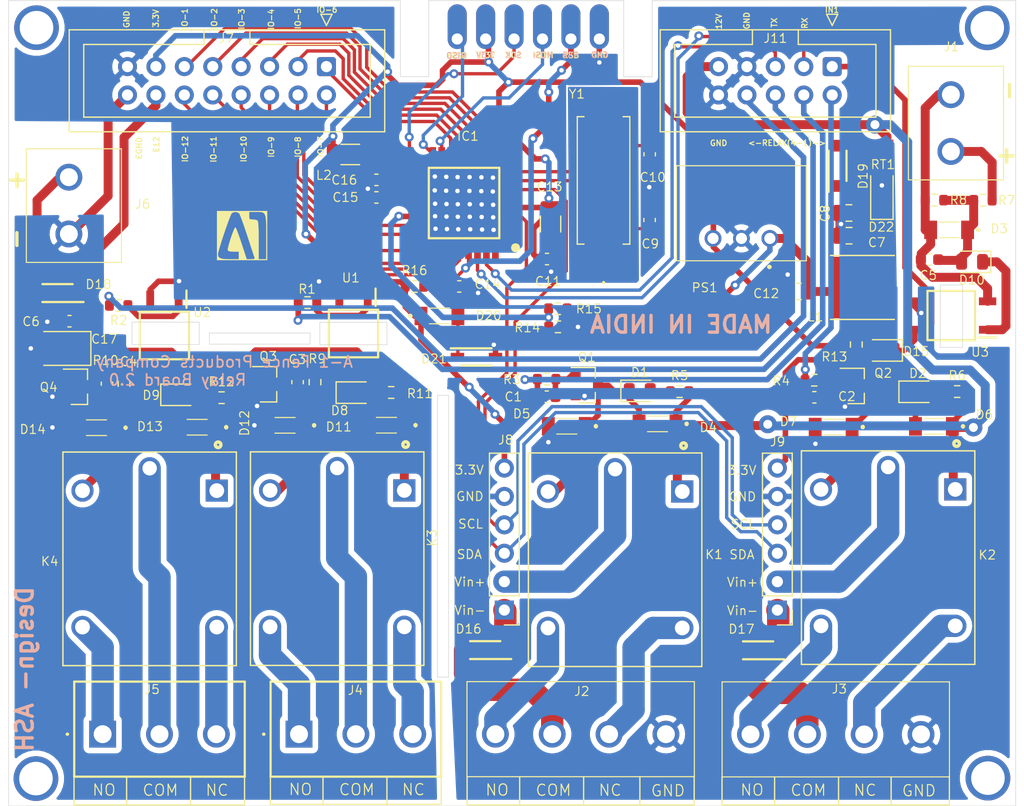
<source format=kicad_pcb>
(kicad_pcb (version 20171130) (host pcbnew "(5.1.10)-1")
  (layers (0 F.Cu signal) (31 B.Cu signal) (34 B.Paste user hide) (35 F.Paste user hide) (36 B.SilkS user) (37 F.SilkS user) (38 B.Mask user hide) (39 F.Mask user hide) (44 Edge.Cuts user))
  (net 0 "")
  (net 1 GND)
  (net 2 "Net-(C1-Pad1)")
  (net 3 GND1)
  (net 4 "Net-(C3-Pad1)")
  (net 5 "Net-(C4-Pad1)")
  (net 6 "Net-(C5-Pad2)")
  (net 7 "Net-(C5-Pad1)")
  (net 8 /External_12V)
  (net 9 "Net-(C7-Pad1)")
  (net 10 "Net-(C9-Pad1)")
  (net 11 "Net-(C10-Pad1)")
  (net 12 +3V3)
  (net 13 "Net-(C12-Pad1)")
  (net 14 /RSB)
  (net 15 "Net-(C15-Pad2)")
  (net 16 "Net-(C16-Pad1)")
  (net 17 "Net-(D1-Pad2)")
  (net 18 "Net-(D1-Pad1)")
  (net 19 "Net-(D2-Pad2)")
  (net 20 "Net-(D2-Pad1)")
  (net 21 /12V)
  (net 22 "Net-(D8-Pad2)")
  (net 23 "Net-(D11-Pad2)")
  (net 24 "Net-(D9-Pad2)")
  (net 25 "Net-(D13-Pad2)")
  (net 26 "Net-(D10-Pad1)")
  (net 27 "Net-(D15-Pad2)")
  (net 28 /IN1)
  (net 29 "Net-(D16-Pad2)")
  (net 30 /Vin+_1)
  (net 31 "Net-(D17-Pad2)")
  (net 32 /Vin+_2)
  (net 33 "Net-(D18-Pad2)")
  (net 34 "Net-(D19-Pad2)")
  (net 35 "Net-(IC1-Pad32)")
  (net 36 /TXD)
  (net 37 /RXD)
  (net 38 /IO-12)
  (net 39 /IO-11)
  (net 40 /IO-10)
  (net 41 /IO-9)
  (net 42 /IO-8)
  (net 43 /IO-7)
  (net 44 /Vin)
  (net 45 "Net-(IC1-Pad19)")
  (net 46 /SCK)
  (net 47 /MISO)
  (net 48 /MOSI)
  (net 49 /IO-6)
  (net 50 /IO-5)
  (net 51 /IO-4)
  (net 52 /IO-3)
  (net 53 /IO-2)
  (net 54 /IO-1)
  (net 55 /SCL)
  (net 56 /SDA)
  (net 57 "Net-(IC1-Pad2)")
  (net 58 "Net-(IC1-Pad1)")
  (net 59 "Net-(J1-Pad2)")
  (net 60 "Net-(J2-Pad3)")
  (net 61 "Net-(J2-Pad1)")
  (net 62 "Net-(J3-Pad3)")
  (net 63 "Net-(J3-Pad1)")
  (net 64 "Net-(J4-Pad3)")
  (net 65 "Net-(J4-Pad2)")
  (net 66 "Net-(J4-Pad1)")
  (net 67 "Net-(J5-Pad3)")
  (net 68 "Net-(J5-Pad2)")
  (net 69 "Net-(J5-Pad1)")
  (net 70 /Vin-_1)
  (net 71 /Vin-_2)
  (net 72 /RELAY4)
  (net 73 /RELAY3)
  (net 74 /RELAY2)
  (net 75 /RELAY1)
  (net 76 "Net-(R1-Pad2)")
  (net 77 "Net-(R2-Pad2)")
  (net 78 "Net-(C2-Pad2)")
  (net 79 "Net-(C3-Pad2)")
  (net 80 "Net-(C4-Pad2)")
  (module Diode_SMD:D_SOD-123 (layer F.Cu) (at 178.0413 64.3128 90)
    (fp_text reference D22 (at -2.9337 -0.0508 180) (layer F.SilkS) (effects (font (size 0.8 0.8) (thickness 0.1))))
    (fp_text value D_TVS)
    (pad 2 smd rect (at 1.65 0 90) (size 0.9 1.2) (layers F.Cu F.Paste F.Mask) (net 1 GND))
    (pad 1 smd rect (at -1.65 0 90) (size 0.9 1.2) (layers F.Cu F.Paste F.Mask) (net 9 "Net-(C7-Pad1)"))
  )
  (module Capacitor_Tantalum_SMD:CP_EIA-3528-12_Kemet-T (layer F.Cu) (at 104.8885 78.105 180)
    (fp_text reference C17 (at -3.6457 0.8382) (layer F.SilkS) (effects (font (size 0.8 0.8) (thickness 0.1))))
    (fp_text value 10uF)
    (pad 2 smd roundrect (at 1.5375 0 180) (size 1.325 2.35) (layers F.Cu F.Paste F.Mask) (roundrect_rratio 0.1886777358490566) (net 3 GND1))
    (pad 1 smd roundrect (at -1.5375 0 180) (size 1.325 2.35) (layers F.Cu F.Paste F.Mask) (roundrect_rratio 0.1886777358490566) (net 8 /External_12V))
  )
  (module LED_SMD:LED_0805_2012Metric (layer F.Cu) (at 130.9497 82.0547)
    (fp_text reference D8 (at -1.3716 1.6002) (layer F.SilkS) (effects (font (size 0.8 0.8) (thickness 0.1))))
    (fp_text value LED)
    (pad 2 smd roundrect (at 0.9375 0) (size 0.975 1.4) (layers F.Cu F.Paste F.Mask) (net 22 "Net-(D8-Pad2)"))
    (pad 1 smd roundrect (at -0.9375 0) (size 0.975 1.4) (layers F.Cu F.Paste F.Mask) (net 23 "Net-(D11-Pad2)"))
  )
  (module Resistor_SMD:R_0603_1608Metric (layer F.Cu) (at 175.7553 77.7494 270)
    (fp_text reference R13 (at 1.1049 1.9558 180) (layer F.SilkS) (effects (font (size 0.8 0.8) (thickness 0.1))))
    (fp_text value 2K)
    (pad 2 smd roundrect (at 0.825 0 270) (size 0.8 0.95) (layers F.Cu F.Paste F.Mask) (net 12 +3V3))
    (pad 1 smd roundrect (at -0.825 0 270) (size 0.8 0.95) (layers F.Cu F.Paste F.Mask) (net 27 "Net-(D15-Pad2)"))
  )
  (module logo:A1_logo (layer F.Cu) (at 120.82 68.01)
    (fp_text reference G*** hide)
    (fp_text value LOGO hide)
  )
  (module MountingHole:MountingHole_2.2mm_M2_ISO7380_Pad (layer F.Cu) (at 102.44 116.57)
    (fp_text reference H4 hide)
    (fp_text value MountingHole)
    (pad 1 thru_hole circle (at 0 0) (size 4 4) (drill 3) (layers *.Cu *.Mask))
  )
  (module MountingHole:MountingHole_2.2mm_M2_ISO7380_Pad (layer F.Cu) (at 187.52 116.53)
    (fp_text reference H3 hide)
    (fp_text value MountingHole)
    (pad 1 thru_hole circle (at 0 0) (size 4 4) (drill 3) (layers *.Cu *.Mask))
  )
  (module MountingHole:MountingHole_2.2mm_M2_ISO7380_Pad (layer F.Cu) (at 187.46 49.43)
    (fp_text reference H2 hide)
    (fp_text value MountingHole)
    (pad 1 thru_hole circle (at 0 0) (size 4 4) (drill 3) (layers *.Cu *.Mask))
  )
  (module MountingHole:MountingHole_2.2mm_M2_ISO7380_Pad (layer F.Cu) (at 102.49 49.42)
    (fp_text reference H1 hide)
    (fp_text value MountingHole)
    (pad 1 thru_hole circle (at 0 0) (size 4 4) (drill 3) (layers *.Cu *.Mask))
  )
  (module Capacitor_SMD:C_0805_2012Metric (layer F.Cu) (at 170.57 73.01 180)
    (fp_text reference C12 (at 2.8665 -0.1801) (layer F.SilkS) (effects (font (size 0.8 0.8) (thickness 0.1))))
    (fp_text value 10uF)
    (pad 2 smd roundrect (at 0.95 0 180) (size 1 1.45) (layers F.Cu F.Paste F.Mask) (net 1 GND))
    (pad 1 smd roundrect (at -0.95 0 180) (size 1 1.45) (layers F.Cu F.Paste F.Mask) (net 13 "Net-(C12-Pad1)"))
  )
  (module Capacitor_SMD:C_0805_2012Metric (layer F.Cu) (at 175.0949 65.9892 180)
    (fp_text reference C8 (at 2.1336 -0.0381 90) (layer F.SilkS) (effects (font (size 0.8 0.8) (thickness 0.1))))
    (fp_text value 10uF)
    (pad 2 smd roundrect (at 0.95 0 180) (size 1 1.45) (layers F.Cu F.Paste F.Mask) (net 1 GND))
    (pad 1 smd roundrect (at -0.95 0 180) (size 1 1.45) (layers F.Cu F.Paste F.Mask) (net 9 "Net-(C7-Pad1)"))
  )
  (module Capacitor_SMD:C_0805_2012Metric (layer F.Cu) (at 175.1076 68.0212 180)
    (fp_text reference C7 (at -2.4765 -0.6096) (layer F.SilkS) (effects (font (size 0.8 0.8) (thickness 0.1))))
    (fp_text value 10uF)
    (pad 2 smd roundrect (at 0.95 0 180) (size 1 1.45) (layers F.Cu F.Paste F.Mask) (net 1 GND))
    (pad 1 smd roundrect (at -0.95 0 180) (size 1 1.45) (layers F.Cu F.Paste F.Mask) (net 9 "Net-(C7-Pad1)"))
  )
  (module Library:RELAY_SRD-05VDC-SL-C (layer F.Cu) (at 129.36 96.9 270)
    (fp_text reference K3 (at -1.86 -8.48 90) (layer F.SilkS) (effects (font (size 0.8 0.8) (thickness 0.1))))
    (fp_text value SRD-05VDC-SL-C)
    (pad NC thru_hole circle (at 6.1 -6 270) (size 1.98 1.98) (drill 1.32) (layers *.Cu *.Mask) (net 64 "Net-(J4-Pad3)"))
    (pad NO thru_hole circle (at 6.1 6 270) (size 1.98 1.98) (drill 1.32) (layers *.Cu *.Mask) (net 66 "Net-(J4-Pad1)"))
    (pad A2 thru_hole circle (at -6.1 6 270) (size 1.98 1.98) (drill 1.32) (layers *.Cu *.Mask) (net 23 "Net-(D11-Pad2)"))
    (pad COM thru_hole circle (at -8.1 0 270) (size 1.935 1.935) (drill 1.29) (layers *.Cu *.Mask) (net 65 "Net-(J4-Pad2)"))
    (pad A1 thru_hole rect (at -6.1 -6 270) (size 1.98 1.98) (drill 1.32) (layers *.Cu *.Mask) (net 8 /External_12V))
  )
  (module Connector_IDC:IDC-Header_2x05_P2.54mm_Vertical (layer F.Cu) (at 173.6 52.9 270)
    (fp_text reference J11 (at -2.53 5.08 180) (layer F.SilkS) (effects (font (size 0.8 0.8) (thickness 0.1))))
    (fp_text value Conn_02x05_Odd_Even)
    (pad 10 thru_hole circle (at 2.54 10.16 270) (size 1.7 1.7) (drill 1) (layers *.Cu *.Mask) (net 1 GND))
    (pad 8 thru_hole circle (at 2.54 7.62 270) (size 1.7 1.7) (drill 1) (layers *.Cu *.Mask) (net 72 /RELAY4))
    (pad 6 thru_hole circle (at 2.54 5.08 270) (size 1.7 1.7) (drill 1) (layers *.Cu *.Mask) (net 73 /RELAY3))
    (pad 4 thru_hole circle (at 2.54 2.54 270) (size 1.7 1.7) (drill 1) (layers *.Cu *.Mask) (net 74 /RELAY2))
    (pad 2 thru_hole circle (at 2.54 0 270) (size 1.7 1.7) (drill 1) (layers *.Cu *.Mask) (net 75 /RELAY1))
    (pad 9 thru_hole circle (at 0 10.16 270) (size 1.7 1.7) (drill 1) (layers *.Cu *.Mask) (net 21 /12V))
    (pad 7 thru_hole circle (at 0 7.62 270) (size 1.7 1.7) (drill 1) (layers *.Cu *.Mask) (net 1 GND))
    (pad 5 thru_hole circle (at 0 5.08 270) (size 1.7 1.7) (drill 1) (layers *.Cu *.Mask) (net 36 /TXD))
    (pad 3 thru_hole circle (at 0 2.54 270) (size 1.7 1.7) (drill 1) (layers *.Cu *.Mask) (net 37 /RXD))
    (pad 1 thru_hole roundrect (at 0 0 270) (size 1.7 1.7) (drill 1) (layers *.Cu *.Mask) (roundrect_rratio 0.1470588235294118) (net 28 /IN1))
  )
  (module Capacitor_SMD:C_0603_1608Metric (layer F.Cu) (at 140.27 72.56)
    (fp_text reference C14 (at 2.5288 -0.1954) (layer F.SilkS) (effects (font (size 0.8 0.8) (thickness 0.1))))
    (fp_text value 1uF)
    (pad 2 smd roundrect (at 0.775 0) (size 0.9 0.95) (layers F.Cu F.Paste F.Mask) (net 1 GND))
    (pad 1 smd roundrect (at -0.775 0) (size 0.9 0.95) (layers F.Cu F.Paste F.Mask) (net 14 /RSB))
  )
  (module Connector_PinHeader_2.54mm:PinHeader_1x06_P2.54mm_Vertical (layer F.Cu) (at 140.0896 50.43 90)
    (fp_text reference J10 hide)
    (fp_text value Conn_01x06_Male)
    (pad 6 thru_hole oval (at 0 12.7 90) (size 4 1.7) (drill 1 (offset 1.1 0)) (layers *.Cu *.Mask) (net 1 GND))
    (pad 5 thru_hole oval (at 0 10.16 90) (size 4 1.7) (drill 1 (offset 1.1 0)) (layers *.Cu *.Mask) (net 14 /RSB))
    (pad 4 thru_hole oval (at 0 7.62 90) (size 4 1.7) (drill 1 (offset 1.1 0)) (layers *.Cu *.Mask) (net 48 /MOSI))
    (pad 3 thru_hole oval (at 0 5.08 90) (size 4 1.7) (drill 1 (offset 1.1 0)) (layers *.Cu *.Mask) (net 46 /SCK))
    (pad 2 thru_hole oval (at 0 2.54 90) (size 4 1.7) (drill 1 (offset 1.1 0)) (layers *.Cu *.Mask) (net 12 +3V3))
    (pad 1 thru_hole oval (at 0 0 90) (size 4 1.7) (drill 1 (offset 1.1 0)) (layers *.Cu *.Mask) (net 47 /MISO))
  )
  (module SamacSys_Parts:691311500003 (layer F.Cu) (at 108.4 112.6)
    (fp_text reference J5 (at 4.42 -4) (layer F.SilkS) (effects (font (size 0.8 0.8) (thickness 0.1))))
    (fp_text value 691312510003 hide)
    (pad 3 thru_hole circle (at 10.16 0) (size 2.4 2.4) (drill 1.6) (layers *.Cu *.Mask) (net 67 "Net-(J5-Pad3)"))
    (pad 2 thru_hole circle (at 5.08 0) (size 2.4 2.4) (drill 1.6) (layers *.Cu *.Mask) (net 68 "Net-(J5-Pad2)"))
    (pad 1 thru_hole rect (at 0 0) (size 2.4 2.4) (drill 1.6) (layers *.Cu *.Mask) (net 69 "Net-(J5-Pad1)"))
  )
  (module SamacSys_Parts:691311500003 (layer F.Cu) (at 125.95 112.6)
    (fp_text reference J4 (at 5.04 -3.93) (layer F.SilkS) (effects (font (size 0.8 0.8) (thickness 0.1))))
    (fp_text value 691312510003 hide)
    (pad 3 thru_hole circle (at 10.16 0) (size 2.4 2.4) (drill 1.6) (layers *.Cu *.Mask) (net 64 "Net-(J4-Pad3)"))
    (pad 2 thru_hole circle (at 5.08 0) (size 2.4 2.4) (drill 1.6) (layers *.Cu *.Mask) (net 65 "Net-(J4-Pad2)"))
    (pad 1 thru_hole rect (at 0 0) (size 2.4 2.4) (drill 1.6) (layers *.Cu *.Mask) (net 66 "Net-(J4-Pad1)"))
  )
  (module SamacSys_Parts:ABLS373728MHZD4YT (layer F.Cu) (at 153.17 63.08 90)
    (fp_text reference Y1 (at 7.7334 -2.3956 180) (layer F.SilkS) (effects (font (size 0.8 0.8) (thickness 0.1))))
    (fp_text value 7.37MHz hide)
    (pad 2 smd rect (at 4.75 0 180) (size 2.1 5.6) (layers F.Cu F.Paste F.Mask) (net 11 "Net-(C10-Pad1)"))
    (pad 1 smd rect (at -4.75 0 180) (size 2.1 5.6) (layers F.Cu F.Paste F.Mask) (net 10 "Net-(C9-Pad1)"))
  )
  (module SamacSys_Parts:SOP254P700X210-4N (layer F.Cu) (at 184.24 75.16 180)
    (fp_text reference U3 (at -2.58 -3.27) (layer F.SilkS) (effects (font (size 0.8 0.8) (thickness 0.1))))
    (fp_text value 140357145300 hide)
    (pad 4 smd rect (at 3.25 -1.27 270) (size 0.7 1.55) (layers F.Cu F.Paste F.Mask) (net 28 /IN1))
    (pad 3 smd rect (at 3.25 1.27 270) (size 0.7 1.55) (layers F.Cu F.Paste F.Mask) (net 1 GND))
    (pad 2 smd rect (at -3.25 1.27 270) (size 0.7 1.55) (layers F.Cu F.Paste F.Mask) (net 6 "Net-(C5-Pad2)"))
    (pad 1 smd rect (at -3.25 -1.27 270) (size 0.7 1.55) (layers F.Cu F.Paste F.Mask) (net 26 "Net-(D10-Pad1)"))
  )
  (module SamacSys_Parts:SOP254P700X210-4N (layer F.Cu) (at 113.92 76.95 270)
    (fp_text reference U2 (at -2.0708 -3.3772 180) (layer F.SilkS) (effects (font (size 0.8 0.8) (thickness 0.1))))
    (fp_text value 140357145300 hide)
    (pad 4 smd rect (at 3.25 -1.27) (size 0.7 1.55) (layers F.Cu F.Paste F.Mask) (net 8 /External_12V))
    (pad 3 smd rect (at 3.25 1.27) (size 0.7 1.55) (layers F.Cu F.Paste F.Mask) (net 80 "Net-(C4-Pad2)"))
    (pad 2 smd rect (at -3.25 1.27) (size 0.7 1.55) (layers F.Cu F.Paste F.Mask) (net 1 GND))
    (pad 1 smd rect (at -3.25 -1.27) (size 0.7 1.55) (layers F.Cu F.Paste F.Mask) (net 77 "Net-(R2-Pad2)"))
  )
  (module SamacSys_Parts:SOP254P700X210-4N (layer F.Cu) (at 130.82 76.7715 270)
    (fp_text reference U1 (at -4.98 0.24 180) (layer F.SilkS) (effects (font (size 0.8 0.8) (thickness 0.1))))
    (fp_text value 140357145300 hide)
    (pad 4 smd rect (at 3.25 -1.27) (size 0.7 1.55) (layers F.Cu F.Paste F.Mask) (net 8 /External_12V))
    (pad 3 smd rect (at 3.25 1.27) (size 0.7 1.55) (layers F.Cu F.Paste F.Mask) (net 79 "Net-(C3-Pad2)"))
    (pad 2 smd rect (at -3.25 1.27) (size 0.7 1.55) (layers F.Cu F.Paste F.Mask) (net 1 GND))
    (pad 1 smd rect (at -3.25 -1.27) (size 0.7 1.55) (layers F.Cu F.Paste F.Mask) (net 76 "Net-(R1-Pad2)"))
  )
  (module Snapeda:THRMC2012X110N (layer F.Cu) (at 177.61 60.17)
    (fp_text reference RT1 (at 0.5202 1.4885) (layer F.SilkS) (effects (font (size 0.8 0.8) (thickness 0.1))))
    (fp_text value PRG21BC4R7MM1RA)
    (pad 2 smd rect (at 0.88 0) (size 1.15 1.47) (layers F.Cu F.Paste F.Mask) (net 21 /12V))
    (pad 1 smd rect (at -0.88 0) (size 1.15 1.47) (layers F.Cu F.Paste F.Mask) (net 34 "Net-(D19-Pad2)"))
  )
  (module Resistor_SMD:R_0603_1608Metric (layer F.Cu) (at 136.27 72.56)
    (fp_text reference R16 (at 0 -1.43) (layer F.SilkS) (effects (font (size 0.8 0.8) (thickness 0.1))))
    (fp_text value 4K7)
    (pad 2 smd roundrect (at 0.825 0) (size 0.8 0.95) (layers F.Cu F.Paste F.Mask) (net 14 /RSB))
    (pad 1 smd roundrect (at -0.825 0) (size 0.8 0.95) (layers F.Cu F.Paste F.Mask) (net 12 +3V3))
  )
  (module Resistor_SMD:R_0603_1608Metric (layer F.Cu) (at 149.09 76.17)
    (fp_text reference R15 (at 2.76 -1.61) (layer F.SilkS) (effects (font (size 0.8 0.8) (thickness 0.1))))
    (fp_text value 4K7)
    (pad 2 smd roundrect (at 0.825 0) (size 0.8 0.95) (layers F.Cu F.Paste F.Mask) (net 1 GND))
    (pad 1 smd roundrect (at -0.825 0) (size 0.8 0.95) (layers F.Cu F.Paste F.Mask) (net 44 /Vin))
  )
  (module Resistor_SMD:R_0603_1608Metric (layer F.Cu) (at 149.08 74.55 180)
    (fp_text reference R14 (at 2.7252 -1.7008) (layer F.SilkS) (effects (font (size 0.8 0.8) (thickness 0.1))))
    (fp_text value 100K)
    (pad 2 smd roundrect (at 0.825 0 180) (size 0.8 0.95) (layers F.Cu F.Paste F.Mask) (net 44 /Vin))
    (pad 1 smd roundrect (at -0.825 0 180) (size 0.8 0.95) (layers F.Cu F.Paste F.Mask) (net 13 "Net-(C12-Pad1)"))
  )
  (module Resistor_SMD:R_0603_1608Metric (layer F.Cu) (at 119.03 82.51)
    (fp_text reference R12 (at 0 -1.43) (layer F.SilkS) (effects (font (size 0.8 0.8) (thickness 0.1))))
    (fp_text value 5.1K)
    (pad 2 smd roundrect (at 0.825 0) (size 0.8 0.95) (layers F.Cu F.Paste F.Mask) (net 8 /External_12V))
    (pad 1 smd roundrect (at -0.825 0) (size 0.8 0.95) (layers F.Cu F.Paste F.Mask) (net 24 "Net-(D9-Pad2)"))
  )
  (module Resistor_SMD:R_0603_1608Metric (layer F.Cu) (at 134.1882 82.042)
    (fp_text reference R11 (at 2.5654 0.1016) (layer F.SilkS) (effects (font (size 0.8 0.8) (thickness 0.1))))
    (fp_text value 5.1K)
    (pad 2 smd roundrect (at 0.825 0) (size 0.8 0.95) (layers F.Cu F.Paste F.Mask) (net 8 /External_12V))
    (pad 1 smd roundrect (at -0.825 0) (size 0.8 0.95) (layers F.Cu F.Paste F.Mask) (net 22 "Net-(D8-Pad2)"))
  )
  (module Resistor_SMD:R_0603_1608Metric (layer F.Cu) (at 110.31 81.2546 90)
    (fp_text reference R10 (at 2.0828 -1.6488 180) (layer F.SilkS) (effects (font (size 0.8 0.8) (thickness 0.1))))
    (fp_text value 10K)
    (pad 2 smd roundrect (at 0.825 0 90) (size 0.8 0.95) (layers F.Cu F.Paste F.Mask) (net 5 "Net-(C4-Pad1)"))
    (pad 1 smd roundrect (at -0.825 0 90) (size 0.8 0.95) (layers F.Cu F.Paste F.Mask) (net 80 "Net-(C4-Pad2)"))
  )
  (module Resistor_SMD:R_0603_1608Metric (layer F.Cu) (at 127.38 81.12 90)
    (fp_text reference R9 (at 2.09 0.19 180) (layer F.SilkS) (effects (font (size 0.8 0.8) (thickness 0.1))))
    (fp_text value 10K)
    (pad 2 smd roundrect (at 0.825 0 90) (size 0.8 0.95) (layers F.Cu F.Paste F.Mask) (net 4 "Net-(C3-Pad1)"))
    (pad 1 smd roundrect (at -0.825 0 90) (size 0.8 0.95) (layers F.Cu F.Paste F.Mask) (net 79 "Net-(C3-Pad2)"))
  )
  (module Resistor_SMD:R_0603_1608Metric (layer F.Cu) (at 182.74 64.84 180)
    (fp_text reference R8 (at -2.15 0.03) (layer F.SilkS) (effects (font (size 0.8 0.8) (thickness 0.1))))
    (fp_text value 100K)
    (pad 2 smd roundrect (at 0.825 0 180) (size 0.8 0.95) (layers F.Cu F.Paste F.Mask) (net 6 "Net-(C5-Pad2)"))
    (pad 1 smd roundrect (at -0.825 0 180) (size 0.8 0.95) (layers F.Cu F.Paste F.Mask) (net 7 "Net-(C5-Pad1)"))
  )
  (module Resistor_SMD:R_0603_1608Metric (layer F.Cu) (at 187.07 64.85)
    (fp_text reference R7 (at 2.12 0.01) (layer F.SilkS) (effects (font (size 0.8 0.8) (thickness 0.1))))
    (fp_text value 4.7K)
    (pad 2 smd roundrect (at 0.825 0) (size 0.8 0.95) (layers F.Cu F.Paste F.Mask) (net 59 "Net-(J1-Pad2)"))
    (pad 1 smd roundrect (at -0.825 0) (size 0.8 0.95) (layers F.Cu F.Paste F.Mask) (net 7 "Net-(C5-Pad1)"))
  )
  (module Resistor_SMD:R_0603_1608Metric (layer F.Cu) (at 184.77 81.96)
    (fp_text reference R6 (at 0 -1.43) (layer F.SilkS) (effects (font (size 0.8 0.8) (thickness 0.1))))
    (fp_text value 5.1K)
    (pad 2 smd roundrect (at 0.825 0) (size 0.8 0.95) (layers F.Cu F.Paste F.Mask) (net 21 /12V))
    (pad 1 smd roundrect (at -0.825 0) (size 0.8 0.95) (layers F.Cu F.Paste F.Mask) (net 19 "Net-(D2-Pad2)"))
  )
  (module Resistor_SMD:R_0603_1608Metric (layer F.Cu) (at 159.96 81.96)
    (fp_text reference R5 (at 0 -1.43) (layer F.SilkS) (effects (font (size 0.8 0.8) (thickness 0.1))))
    (fp_text value 5.1K)
    (pad 2 smd roundrect (at 0.825 0) (size 0.8 0.95) (layers F.Cu F.Paste F.Mask) (net 21 /12V))
    (pad 1 smd roundrect (at -0.825 0) (size 0.8 0.95) (layers F.Cu F.Paste F.Mask) (net 17 "Net-(D1-Pad2)"))
  )
  (module Resistor_SMD:R_0603_1608Metric (layer F.Cu) (at 172 80.94)
    (fp_text reference R4 (at -2.95 0.07) (layer F.SilkS) (effects (font (size 0.8 0.8) (thickness 0.1))))
    (fp_text value 10K)
    (pad 2 smd roundrect (at 0.825 0) (size 0.8 0.95) (layers F.Cu F.Paste F.Mask) (net 78 "Net-(C2-Pad2)"))
    (pad 1 smd roundrect (at -0.825 0) (size 0.8 0.95) (layers F.Cu F.Paste F.Mask) (net 75 /RELAY1))
  )
  (module Resistor_SMD:R_0603_1608Metric (layer F.Cu) (at 148.08 80.85)
    (fp_text reference R3 (at -3.11 0.04) (layer F.SilkS) (effects (font (size 0.8 0.8) (thickness 0.1))))
    (fp_text value 10K)
    (pad 2 smd roundrect (at 0.825 0) (size 0.8 0.95) (layers F.Cu F.Paste F.Mask) (net 2 "Net-(C1-Pad1)"))
    (pad 1 smd roundrect (at -0.825 0) (size 0.8 0.95) (layers F.Cu F.Paste F.Mask) (net 74 /RELAY2))
  )
  (module Resistor_SMD:R_0603_1608Metric (layer F.Cu) (at 109.8296 74.2569)
    (fp_text reference R2 (at 0 1.3335) (layer F.SilkS) (effects (font (size 0.8 0.8) (thickness 0.1))))
    (fp_text value 1K)
    (pad 2 smd roundrect (at 0.825 0) (size 0.8 0.95) (layers F.Cu F.Paste F.Mask) (net 77 "Net-(R2-Pad2)"))
    (pad 1 smd roundrect (at -0.825 0) (size 0.8 0.95) (layers F.Cu F.Paste F.Mask) (net 72 /RELAY4))
  )
  (module Resistor_SMD:R_0603_1608Metric (layer F.Cu) (at 126.7079 74.0029)
    (fp_text reference R1 (at -0.0381 -1.2065 180) (layer F.SilkS) (effects (font (size 0.8 0.8) (thickness 0.1))))
    (fp_text value 1K)
    (pad 2 smd roundrect (at 0.825 0) (size 0.8 0.95) (layers F.Cu F.Paste F.Mask) (net 76 "Net-(R1-Pad2)"))
    (pad 1 smd roundrect (at -0.825 0) (size 0.8 0.95) (layers F.Cu F.Paste F.Mask) (net 73 /RELAY3))
  )
  (module Package_TO_SOT_SMD:SOT-23 (layer F.Cu) (at 106.29 81.534)
    (fp_text reference Q4 (at -2.72 0.04) (layer F.SilkS) (effects (font (size 0.8 0.8) (thickness 0.1))))
    (fp_text value BC847)
    (pad 3 smd rect (at 1 0) (size 0.9 0.8) (layers F.Cu F.Paste F.Mask) (net 25 "Net-(D13-Pad2)"))
    (pad 2 smd rect (at -1 0.95) (size 0.9 0.8) (layers F.Cu F.Paste F.Mask) (net 3 GND1))
    (pad 1 smd rect (at -1 -0.95) (size 0.9 0.8) (layers F.Cu F.Paste F.Mask) (net 5 "Net-(C4-Pad1)"))
  )
  (module Package_TO_SOT_SMD:SOT-23 (layer F.Cu) (at 123.2 81.31)
    (fp_text reference Q3 (at 0 -2.5) (layer F.SilkS) (effects (font (size 0.8 0.8) (thickness 0.1))))
    (fp_text value BC847)
    (pad 3 smd rect (at 1 0) (size 0.9 0.8) (layers F.Cu F.Paste F.Mask) (net 23 "Net-(D11-Pad2)"))
    (pad 2 smd rect (at -1 0.95) (size 0.9 0.8) (layers F.Cu F.Paste F.Mask) (net 3 GND1))
    (pad 1 smd rect (at -1 -0.95) (size 0.9 0.8) (layers F.Cu F.Paste F.Mask) (net 4 "Net-(C3-Pad1)"))
  )
  (module Package_TO_SOT_SMD:SOT-23 (layer F.Cu) (at 175.71 81.46)
    (fp_text reference Q2 (at 2.4456 -1.1452) (layer F.SilkS) (effects (font (size 0.8 0.8) (thickness 0.1))))
    (fp_text value BC847)
    (pad 3 smd rect (at 1 0) (size 0.9 0.8) (layers F.Cu F.Paste F.Mask) (net 20 "Net-(D2-Pad1)"))
    (pad 2 smd rect (at -1 0.95) (size 0.9 0.8) (layers F.Cu F.Paste F.Mask) (net 1 GND))
    (pad 1 smd rect (at -1 -0.95) (size 0.9 0.8) (layers F.Cu F.Paste F.Mask) (net 78 "Net-(C2-Pad2)"))
  )
  (module Package_TO_SOT_SMD:SOT-23 (layer F.Cu) (at 151.67 81.39)
    (fp_text reference Q1 (at 0 -2.5) (layer F.SilkS) (effects (font (size 0.8 0.8) (thickness 0.1))))
    (fp_text value BC847)
    (pad 3 smd rect (at 1 0) (size 0.9 0.8) (layers F.Cu F.Paste F.Mask) (net 18 "Net-(D1-Pad1)"))
    (pad 2 smd rect (at -1 0.95) (size 0.9 0.8) (layers F.Cu F.Paste F.Mask) (net 1 GND))
    (pad 1 smd rect (at -1 -0.95) (size 0.9 0.8) (layers F.Cu F.Paste F.Mask) (net 2 "Net-(C1-Pad1)"))
  )
  (module SamacSys_Parts:173010542 (layer F.Cu) (at 165.49 66.34 180)
    (fp_text reference PS1 (at 3.2856 -6.3308) (layer F.SilkS) (effects (font (size 0.8 0.8) (thickness 0.1))))
    (fp_text value 173010542 hide)
    (pad 3 thru_hole circle (at 2.54 -1.925 180) (size 1.5 1.5) (drill 1) (layers *.Cu *.Mask) (net 12 +3V3))
    (pad 2 thru_hole circle (at 0 -1.925 180) (size 1.5 1.5) (drill 1) (layers *.Cu *.Mask) (net 1 GND))
    (pad 1 thru_hole circle (at -2.54 -1.925 180) (size 1.5 1.5) (drill 1) (layers *.Cu *.Mask) (net 13 "Net-(C12-Pad1)"))
  )
  (module Inductor_SMD:L_1206_3216Metric (layer F.Cu) (at 130.5306 60.76)
    (fp_text reference L2 (at -2.3622 1.851) (layer F.SilkS) (effects (font (size 0.8 0.8) (thickness 0.1))))
    (fp_text value 10uH)
    (pad 2 smd roundrect (at 1.575 0) (size 1.05 1.9) (layers F.Cu F.Paste F.Mask) (roundrect_rratio 0.2380942857142857) (net 16 "Net-(C16-Pad1)"))
    (pad 1 smd roundrect (at -1.575 0) (size 1.05 1.9) (layers F.Cu F.Paste F.Mask) (roundrect_rratio 0.2380942857142857) (net 12 +3V3))
  )
  (module SamacSys_Parts:WE-PD2_5848_582055 (layer F.Cu) (at 176.2887 72.6567 180)
    (fp_text reference L1 (at 4.191 -2.6162) (layer F.SilkS) (effects (font (size 0.8 0.8) (thickness 0.1))))
    (fp_text value 22uH hide)
    (pad 2 smd rect (at 1.925 0 180) (size 2.15 5.5) (layers F.Cu F.Paste F.Mask) (net 13 "Net-(C12-Pad1)"))
    (pad 1 smd rect (at -1.925 0 180) (size 2.15 5.5) (layers F.Cu F.Paste F.Mask) (net 9 "Net-(C7-Pad1)"))
  )
  (module Library:RELAY_SRD-05VDC-SL-C (layer F.Cu) (at 112.6 96.92 270)
    (fp_text reference K4 (at 0.22 8.93 180) (layer F.SilkS) (effects (font (size 0.8 0.8) (thickness 0.1))))
    (fp_text value SRD-05VDC-SL-C)
    (pad NC thru_hole circle (at 6.1 -6 270) (size 1.98 1.98) (drill 1.32) (layers *.Cu *.Mask) (net 67 "Net-(J5-Pad3)"))
    (pad NO thru_hole circle (at 6.1 6 270) (size 1.98 1.98) (drill 1.32) (layers *.Cu *.Mask) (net 69 "Net-(J5-Pad1)"))
    (pad A2 thru_hole circle (at -6.1 6 270) (size 1.98 1.98) (drill 1.32) (layers *.Cu *.Mask) (net 25 "Net-(D13-Pad2)"))
    (pad COM thru_hole circle (at -8.1 0 270) (size 1.935 1.935) (drill 1.29) (layers *.Cu *.Mask) (net 68 "Net-(J5-Pad2)"))
    (pad A1 thru_hole rect (at -6.1 -6 270) (size 1.98 1.98) (drill 1.32) (layers *.Cu *.Mask) (net 8 /External_12V))
  )
  (module Library:RELAY_SRD-05VDC-SL-C (layer F.Cu) (at 178.6 96.81 270)
    (fp_text reference K2 (at -0.24 -8.86 180) (layer F.SilkS) (effects (font (size 0.8 0.8) (thickness 0.1))))
    (fp_text value SRD-05VDC-SL-C)
    (pad NC thru_hole circle (at 6.1 -6 270) (size 1.98 1.98) (drill 1.32) (layers *.Cu *.Mask) (net 62 "Net-(J3-Pad3)"))
    (pad NO thru_hole circle (at 6.1 6 270) (size 1.98 1.98) (drill 1.32) (layers *.Cu *.Mask) (net 63 "Net-(J3-Pad1)"))
    (pad A2 thru_hole circle (at -6.1 6 270) (size 1.98 1.98) (drill 1.32) (layers *.Cu *.Mask) (net 20 "Net-(D2-Pad1)"))
    (pad COM thru_hole circle (at -8.1 0 270) (size 1.935 1.935) (drill 1.29) (layers *.Cu *.Mask) (net 71 /Vin-_2))
    (pad A1 thru_hole rect (at -6.1 -6 270) (size 1.98 1.98) (drill 1.32) (layers *.Cu *.Mask) (net 21 /12V))
  )
  (module Library:RELAY_SRD-05VDC-SL-C (layer F.Cu) (at 154.2 97 270)
    (fp_text reference K1 (at -0.47 -8.83584 180) (layer F.SilkS) (effects (font (size 0.8 0.8) (thickness 0.1))))
    (fp_text value SRD-05VDC-SL-C)
    (pad NC thru_hole circle (at 6.1 -6 270) (size 1.98 1.98) (drill 1.32) (layers *.Cu *.Mask) (net 60 "Net-(J2-Pad3)"))
    (pad NO thru_hole circle (at 6.1 6 270) (size 1.98 1.98) (drill 1.32) (layers *.Cu *.Mask) (net 61 "Net-(J2-Pad1)"))
    (pad A2 thru_hole circle (at -6.1 6 270) (size 1.98 1.98) (drill 1.32) (layers *.Cu *.Mask) (net 18 "Net-(D1-Pad1)"))
    (pad COM thru_hole circle (at -8.1 0 270) (size 1.935 1.935) (drill 1.29) (layers *.Cu *.Mask) (net 70 /Vin-_1))
    (pad A1 thru_hole rect (at -6.1 -6 270) (size 1.98 1.98) (drill 1.32) (layers *.Cu *.Mask) (net 21 /12V))
  )
  (module Connector_PinHeader_2.54mm:PinHeader_1x06_P2.54mm_Vertical (layer F.Cu) (at 168.7 101.5 180)
    (fp_text reference J9 (at -0.0195 15.0511) (layer F.SilkS) (effects (font (size 0.8 0.8) (thickness 0.1))))
    (fp_text value Conn_01x06_Male)
    (pad 6 thru_hole oval (at 0 12.7 180) (size 1.7 1.7) (drill 1) (layers *.Cu *.Mask) (net 12 +3V3))
    (pad 5 thru_hole oval (at 0 10.16 180) (size 1.7 1.7) (drill 1) (layers *.Cu *.Mask) (net 1 GND))
    (pad 4 thru_hole oval (at 0 7.62 180) (size 1.7 1.7) (drill 1) (layers *.Cu *.Mask) (net 55 /SCL))
    (pad 3 thru_hole oval (at 0 5.08 180) (size 1.7 1.7) (drill 1) (layers *.Cu *.Mask) (net 56 /SDA))
    (pad 2 thru_hole oval (at 0 2.54 180) (size 1.7 1.7) (drill 1) (layers *.Cu *.Mask) (net 71 /Vin-_2))
    (pad 1 thru_hole rect (at 0 0 180) (size 1.7 1.7) (drill 1) (layers *.Cu *.Mask) (net 32 /Vin+_2))
  )
  (module Connector_PinHeader_2.54mm:PinHeader_1x06_P2.54mm_Vertical (layer F.Cu) (at 144.3 101.5 180)
    (fp_text reference J8 (at -0.1244 15.2162) (layer F.SilkS) (effects (font (size 0.8 0.8) (thickness 0.1))))
    (fp_text value Conn_01x06_Male)
    (pad 6 thru_hole oval (at 0 12.7 180) (size 1.7 1.7) (drill 1) (layers *.Cu *.Mask) (net 12 +3V3))
    (pad 5 thru_hole oval (at 0 10.16 180) (size 1.7 1.7) (drill 1) (layers *.Cu *.Mask) (net 1 GND))
    (pad 4 thru_hole oval (at 0 7.62 180) (size 1.7 1.7) (drill 1) (layers *.Cu *.Mask) (net 55 /SCL))
    (pad 3 thru_hole oval (at 0 5.08 180) (size 1.7 1.7) (drill 1) (layers *.Cu *.Mask) (net 56 /SDA))
    (pad 2 thru_hole oval (at 0 2.54 180) (size 1.7 1.7) (drill 1) (layers *.Cu *.Mask) (net 70 /Vin-_1))
    (pad 1 thru_hole rect (at 0 0 180) (size 1.7 1.7) (drill 1) (layers *.Cu *.Mask) (net 30 /Vin+_1))
  )
  (module Connector_IDC:IDC-Header_2x08_P2.54mm_Vertical (layer F.Cu) (at 128.4 52.9 270)
    (fp_text reference J7 (at -2.52 8.95 180) (layer F.SilkS) (effects (font (size 0.8 0.8) (thickness 0.1))))
    (fp_text value Conn_02x08_Odd_Even)
    (pad 16 thru_hole circle (at 2.54 17.78 270) (size 1.7 1.7) (drill 1) (layers *.Cu *.Mask) (net 3 GND1))
    (pad 14 thru_hole circle (at 2.54 15.24 270) (size 1.7 1.7) (drill 1) (layers *.Cu *.Mask) (net 8 /External_12V))
    (pad 12 thru_hole circle (at 2.54 12.7 270) (size 1.7 1.7) (drill 1) (layers *.Cu *.Mask) (net 38 /IO-12))
    (pad 10 thru_hole circle (at 2.54 10.16 270) (size 1.7 1.7) (drill 1) (layers *.Cu *.Mask) (net 39 /IO-11))
    (pad 8 thru_hole circle (at 2.54 7.62 270) (size 1.7 1.7) (drill 1) (layers *.Cu *.Mask) (net 40 /IO-10))
    (pad 6 thru_hole circle (at 2.54 5.08 270) (size 1.7 1.7) (drill 1) (layers *.Cu *.Mask) (net 41 /IO-9))
    (pad 4 thru_hole circle (at 2.54 2.54 270) (size 1.7 1.7) (drill 1) (layers *.Cu *.Mask) (net 42 /IO-8))
    (pad 2 thru_hole circle (at 2.54 0 270) (size 1.7 1.7) (drill 1) (layers *.Cu *.Mask) (net 43 /IO-7))
    (pad 15 thru_hole circle (at 0 17.78 270) (size 1.7 1.7) (drill 1) (layers *.Cu *.Mask) (net 1 GND))
    (pad 13 thru_hole circle (at 0 15.24 270) (size 1.7 1.7) (drill 1) (layers *.Cu *.Mask) (net 12 +3V3))
    (pad 11 thru_hole circle (at 0 12.7 270) (size 1.7 1.7) (drill 1) (layers *.Cu *.Mask) (net 54 /IO-1))
    (pad 9 thru_hole circle (at 0 10.16 270) (size 1.7 1.7) (drill 1) (layers *.Cu *.Mask) (net 53 /IO-2))
    (pad 7 thru_hole circle (at 0 7.62 270) (size 1.7 1.7) (drill 1) (layers *.Cu *.Mask) (net 52 /IO-3))
    (pad 5 thru_hole circle (at 0 5.08 270) (size 1.7 1.7) (drill 1) (layers *.Cu *.Mask) (net 51 /IO-4))
    (pad 3 thru_hole circle (at 0 2.54 270) (size 1.7 1.7) (drill 1) (layers *.Cu *.Mask) (net 50 /IO-5))
    (pad 1 thru_hole roundrect (at 0 0 270) (size 1.7 1.7) (drill 1) (layers *.Cu *.Mask) (roundrect_rratio 0.1470588235294118) (net 49 /IO-6))
  )
  (module SamacSys_Parts:691311500002 (layer F.Cu) (at 105.38 62.7888 270)
    (fp_text reference J6 (at 2.41 -6.59 180) (layer F.SilkS) (effects (font (size 0.8 0.8) (thickness 0.1))))
    (fp_text value 691311500002 hide)
    (pad 2 thru_hole circle (at 5.08 0 270) (size 2.4 2.4) (drill 1.6) (layers *.Cu *.Mask) (net 3 GND1))
    (pad 1 thru_hole circle (at 0 0 270) (size 2.4 2.4) (drill 1.6) (layers *.Cu *.Mask) (net 33 "Net-(D18-Pad2)"))
  )
  (module SamacSys_Parts:691311500004 (layer F.Cu) (at 166.3 112.62)
    (fp_text reference J3 (at 7.94 -4.06) (layer F.SilkS) (effects (font (size 0.8 0.8) (thickness 0.1))))
    (fp_text value 691311500004 hide)
    (pad 4 thru_hole circle (at 15.24 0) (size 2.4 2.4) (drill 1.6) (layers *.Cu *.Mask) (net 1 GND))
    (pad 3 thru_hole circle (at 10.16 0) (size 2.4 2.4) (drill 1.6) (layers *.Cu *.Mask) (net 62 "Net-(J3-Pad3)"))
    (pad 2 thru_hole circle (at 5.08 0) (size 2.4 2.4) (drill 1.6) (layers *.Cu *.Mask) (net 31 "Net-(D17-Pad2)"))
    (pad 1 thru_hole circle (at 0 0) (size 2.4 2.4) (drill 1.6) (layers *.Cu *.Mask) (net 63 "Net-(J3-Pad1)"))
  )
  (module SamacSys_Parts:691311500004 (layer F.Cu) (at 143.5 112.6)
    (fp_text reference J2 (at 7.72 -3.83) (layer F.SilkS) (effects (font (size 0.8 0.8) (thickness 0.1))))
    (fp_text value 691311500004 hide)
    (pad 4 thru_hole circle (at 15.24 0) (size 2.4 2.4) (drill 1.6) (layers *.Cu *.Mask) (net 1 GND))
    (pad 3 thru_hole circle (at 10.16 0) (size 2.4 2.4) (drill 1.6) (layers *.Cu *.Mask) (net 60 "Net-(J2-Pad3)"))
    (pad 2 thru_hole circle (at 5.08 0) (size 2.4 2.4) (drill 1.6) (layers *.Cu *.Mask) (net 29 "Net-(D16-Pad2)"))
    (pad 1 thru_hole circle (at 0 0) (size 2.4 2.4) (drill 1.6) (layers *.Cu *.Mask) (net 61 "Net-(J2-Pad1)"))
  )
  (module SamacSys_Parts:691311500002 (layer F.Cu) (at 184.21 55.41 270)
    (fp_text reference J1 (at -4.29 -0.05 180) (layer F.SilkS) (effects (font (size 0.8 0.8) (thickness 0.1))))
    (fp_text value 691311500002 hide)
    (pad 2 thru_hole circle (at 5.08 0 270) (size 2.4 2.4) (drill 1.6) (layers *.Cu *.Mask) (net 59 "Net-(J1-Pad2)"))
    (pad 1 thru_hole circle (at 0 0 270) (size 2.4 2.4) (drill 1.6) (layers *.Cu *.Mask) (net 6 "Net-(C5-Pad2)"))
  )
  (module SamacSys_Parts:QFP80P900X900X120-32N (layer F.Cu) (at 140.7 65.1 180)
    (fp_text reference IC1 (at -0.34 5.98) (layer F.SilkS) (effects (font (size 0.8 0.8) (thickness 0.1))))
    (fp_text value ATMEGA328PB-AN hide)
    (pad 32 smd rect (at -2.8 -4.25 180) (size 0.6 1.5) (layers F.Cu F.Paste F.Mask) (net 35 "Net-(IC1-Pad32)"))
    (pad 31 smd rect (at -2 -4.25 180) (size 0.6 1.5) (layers F.Cu F.Paste F.Mask) (net 36 /TXD))
    (pad 30 smd rect (at -1.2 -4.25 180) (size 0.6 1.5) (layers F.Cu F.Paste F.Mask) (net 37 /RXD))
    (pad 29 smd rect (at -0.4 -4.25 180) (size 0.6 1.5) (layers F.Cu F.Paste F.Mask) (net 14 /RSB))
    (pad 28 smd rect (at 0.4 -4.25 180) (size 0.6 1.5) (layers F.Cu F.Paste F.Mask) (net 38 /IO-12))
    (pad 27 smd rect (at 1.2 -4.25 180) (size 0.6 1.5) (layers F.Cu F.Paste F.Mask) (net 39 /IO-11))
    (pad 26 smd rect (at 2 -4.25 180) (size 0.6 1.5) (layers F.Cu F.Paste F.Mask) (net 40 /IO-10))
    (pad 25 smd rect (at 2.8 -4.25 180) (size 0.6 1.5) (layers F.Cu F.Paste F.Mask) (net 41 /IO-9))
    (pad 24 smd rect (at 4.25 -2.8 270) (size 0.6 1.5) (layers F.Cu F.Paste F.Mask) (net 42 /IO-8))
    (pad 23 smd rect (at 4.25 -2 270) (size 0.6 1.5) (layers F.Cu F.Paste F.Mask) (net 43 /IO-7))
    (pad 22 smd rect (at 4.25 -1.2 270) (size 0.6 1.5) (layers F.Cu F.Paste F.Mask) (net 44 /Vin))
    (pad 21 smd rect (at 4.25 -0.4 270) (size 0.6 1.5) (layers F.Cu F.Paste F.Mask) (net 1 GND))
    (pad 20 smd rect (at 4.25 0.4 270) (size 0.6 1.5) (layers F.Cu F.Paste F.Mask) (net 15 "Net-(C15-Pad2)"))
    (pad 19 smd rect (at 4.25 1.2 270) (size 0.6 1.5) (layers F.Cu F.Paste F.Mask) (net 45 "Net-(IC1-Pad19)"))
    (pad 18 smd rect (at 4.25 2 270) (size 0.6 1.5) (layers F.Cu F.Paste F.Mask) (net 16 "Net-(C16-Pad1)"))
    (pad 17 smd rect (at 4.25 2.8 270) (size 0.6 1.5) (layers F.Cu F.Paste F.Mask) (net 46 /SCK))
    (pad 16 smd rect (at 2.8 4.25 180) (size 0.6 1.5) (layers F.Cu F.Paste F.Mask) (net 47 /MISO))
    (pad 15 smd rect (at 2 4.25 180) (size 0.6 1.5) (layers F.Cu F.Paste F.Mask) (net 48 /MOSI))
    (pad 14 smd rect (at 1.2 4.25 180) (size 0.6 1.5) (layers F.Cu F.Paste F.Mask) (net 49 /IO-6))
    (pad 13 smd rect (at 0.4 4.25 180) (size 0.6 1.5) (layers F.Cu F.Paste F.Mask) (net 50 /IO-5))
    (pad 12 smd rect (at -0.4 4.25 180) (size 0.6 1.5) (layers F.Cu F.Paste F.Mask) (net 51 /IO-4))
    (pad 11 smd rect (at -1.2 4.25 180) (size 0.6 1.5) (layers F.Cu F.Paste F.Mask) (net 52 /IO-3))
    (pad 10 smd rect (at -2 4.25 180) (size 0.6 1.5) (layers F.Cu F.Paste F.Mask) (net 53 /IO-2))
    (pad 9 smd rect (at -2.8 4.25 180) (size 0.6 1.5) (layers F.Cu F.Paste F.Mask) (net 54 /IO-1))
    (pad 8 smd rect (at -4.25 2.8 270) (size 0.6 1.5) (layers F.Cu F.Paste F.Mask) (net 11 "Net-(C10-Pad1)"))
    (pad 7 smd rect (at -4.25 2 270) (size 0.6 1.5) (layers F.Cu F.Paste F.Mask) (net 10 "Net-(C9-Pad1)"))
    (pad 6 smd rect (at -4.25 1.2 270) (size 0.6 1.5) (layers F.Cu F.Paste F.Mask) (net 55 /SCL))
    (pad 5 smd rect (at -4.25 0.4 270) (size 0.6 1.5) (layers F.Cu F.Paste F.Mask) (net 1 GND))
    (pad 4 smd rect (at -4.25 -0.4 270) (size 0.6 1.5) (layers F.Cu F.Paste F.Mask) (net 12 +3V3))
    (pad 3 smd rect (at -4.25 -1.2 270) (size 0.6 1.5) (layers F.Cu F.Paste F.Mask) (net 56 /SDA))
    (pad 2 smd rect (at -4.25 -2 270) (size 0.6 1.5) (layers F.Cu F.Paste F.Mask) (net 57 "Net-(IC1-Pad2)"))
    (pad 1 smd rect (at -4.25 -2.8 270) (size 0.6 1.5) (layers F.Cu F.Paste F.Mask) (net 58 "Net-(IC1-Pad1)"))
  )
  (module SamacSys_Parts:SOD3716X145N (layer F.Cu) (at 141.8082 78.867)
    (fp_text reference D21 (at -3.79 0.17) (layer F.SilkS) (effects (font (size 0.8 0.8) (thickness 0.1))))
    (fp_text value D_Zener hide)
    (pad 2 smd rect (at 1.7 0 90) (size 0.75 1.2) (layers F.Cu F.Paste F.Mask) (net 1 GND))
    (pad 1 smd rect (at -1.7 0 90) (size 0.75 1.2) (layers F.Cu F.Paste F.Mask) (net 14 /RSB))
  )
  (module SamacSys_Parts:FDLL4448 (layer F.Cu) (at 138.5 75.2)
    (fp_text reference D20 (at 4.39 -0.02) (layer F.SilkS) (effects (font (size 0.8 0.8) (thickness 0.1))))
    (fp_text value D hide)
    (pad 2 smd rect (at 1.65 0) (size 1.15 1.65) (layers F.Cu F.Paste F.Mask) (net 14 /RSB))
    (pad 1 smd rect (at -1.65 0) (size 1.15 1.65) (layers F.Cu F.Paste F.Mask) (net 12 +3V3))
  )
  (module SamacSys_Parts:SOD3716X135N (layer F.Cu) (at 174.08 61.7728 90)
    (fp_text reference D19 (at -0.9271 2.2722 270) (layer F.SilkS) (effects (font (size 0.8 0.8) (thickness 0.1))))
    (fp_text value B5819W-TP hide)
    (pad 2 smd rect (at 1.8 0 180) (size 0.85 1.05) (layers F.Cu F.Paste F.Mask) (net 34 "Net-(D19-Pad2)"))
    (pad 1 smd rect (at -1.8 0 180) (size 0.85 1.05) (layers F.Cu F.Paste F.Mask) (net 9 "Net-(C7-Pad1)"))
  )
  (module SamacSys_Parts:SOD3716X135N (layer F.Cu) (at 104.3686 73.152 180)
    (fp_text reference D18 (at -3.6576 0.7747) (layer F.SilkS) (effects (font (size 0.8 0.8) (thickness 0.1))))
    (fp_text value D_Small hide)
    (pad 2 smd rect (at 1.8 0 270) (size 0.85 1.05) (layers F.Cu F.Paste F.Mask) (net 33 "Net-(D18-Pad2)"))
    (pad 1 smd rect (at -1.8 0 270) (size 0.85 1.05) (layers F.Cu F.Paste F.Mask) (net 8 /External_12V))
  )
  (module SamacSys_Parts:SOD3716X135N (layer F.Cu) (at 166.98 105.1 180)
    (fp_text reference D17 (at 1.4863 1.8998) (layer F.SilkS) (effects (font (size 0.8 0.8) (thickness 0.1))))
    (fp_text value D_Small hide)
    (pad 2 smd rect (at 1.8 0 270) (size 0.85 1.05) (layers F.Cu F.Paste F.Mask) (net 31 "Net-(D17-Pad2)"))
    (pad 1 smd rect (at -1.8 0 270) (size 0.85 1.05) (layers F.Cu F.Paste F.Mask) (net 32 /Vin+_2))
  )
  (module SamacSys_Parts:SOD3716X135N (layer F.Cu) (at 142.59 105.08 180)
    (fp_text reference D16 (at 1.4803 1.8925) (layer F.SilkS) (effects (font (size 0.8 0.8) (thickness 0.1))))
    (fp_text value D_Small hide)
    (pad 2 smd rect (at 1.8 0 270) (size 0.85 1.05) (layers F.Cu F.Paste F.Mask) (net 29 "Net-(D16-Pad2)"))
    (pad 1 smd rect (at -1.8 0 270) (size 0.85 1.05) (layers F.Cu F.Paste F.Mask) (net 30 /Vin+_1))
  )
  (module LED_SMD:LED_0805_2012Metric (layer F.Cu) (at 178.1937 78.2828 180)
    (fp_text reference D15 (at -2.921 -0.0889) (layer F.SilkS) (effects (font (size 0.8 0.8) (thickness 0.1))))
    (fp_text value LED)
    (pad 2 smd roundrect (at 0.9375 0 180) (size 0.975 1.4) (layers F.Cu F.Paste F.Mask) (net 27 "Net-(D15-Pad2)"))
    (pad 1 smd roundrect (at -0.9375 0 180) (size 0.975 1.4) (layers F.Cu F.Paste F.Mask) (net 28 /IN1))
  )
  (module SamacSys_Parts:FDLL4448 (layer F.Cu) (at 107.8484 85.1916 180)
    (fp_text reference D14 (at 5.7 -0.15) (layer F.SilkS) (effects (font (size 0.8 0.8) (thickness 0.1))))
    (fp_text value D_Small hide)
    (pad 2 smd rect (at 1.65 0 180) (size 1.15 1.65) (layers F.Cu F.Paste F.Mask) (net 3 GND1))
    (pad 1 smd rect (at -1.65 0 180) (size 1.15 1.65) (layers F.Cu F.Paste F.Mask) (net 25 "Net-(D13-Pad2)"))
  )
  (module SamacSys_Parts:FDLL4448 (layer F.Cu) (at 116.84 85.15 180)
    (fp_text reference D13 (at 4.21 0.06) (layer F.SilkS) (effects (font (size 0.8 0.8) (thickness 0.1))))
    (fp_text value D_Small hide)
    (pad 2 smd rect (at 1.65 0 180) (size 1.15 1.65) (layers F.Cu F.Paste F.Mask) (net 25 "Net-(D13-Pad2)"))
    (pad 1 smd rect (at -1.65 0 180) (size 1.15 1.65) (layers F.Cu F.Paste F.Mask) (net 8 /External_12V))
  )
  (module SamacSys_Parts:FDLL4448 (layer F.Cu) (at 124.7 84.98 180)
    (fp_text reference D12 (at 3.6182 0.1948 90) (layer F.SilkS) (effects (font (size 0.8 0.8) (thickness 0.1))))
    (fp_text value D_Small hide)
    (pad 2 smd rect (at 1.65 0 180) (size 1.15 1.65) (layers F.Cu F.Paste F.Mask) (net 3 GND1))
    (pad 1 smd rect (at -1.65 0 180) (size 1.15 1.65) (layers F.Cu F.Paste F.Mask) (net 23 "Net-(D11-Pad2)"))
  )
  (module SamacSys_Parts:FDLL4448 (layer F.Cu) (at 133.76 84.97 180)
    (fp_text reference D11 (at 4.26 -0.15) (layer F.SilkS) (effects (font (size 0.8 0.8) (thickness 0.1))))
    (fp_text value D_Small hide)
    (pad 2 smd rect (at 1.65 0 180) (size 1.15 1.65) (layers F.Cu F.Paste F.Mask) (net 23 "Net-(D11-Pad2)"))
    (pad 1 smd rect (at -1.65 0 180) (size 1.15 1.65) (layers F.Cu F.Paste F.Mask) (net 8 /External_12V))
  )
  (module LED_SMD:LED_0805_2012Metric (layer F.Cu) (at 186.1 70.36 180)
    (fp_text reference D10 (at 0.0196 -1.6236) (layer F.SilkS) (effects (font (size 0.8 0.8) (thickness 0.1))))
    (fp_text value LED)
    (pad 2 smd roundrect (at 0.9375 0 180) (size 0.975 1.4) (layers F.Cu F.Paste F.Mask) (net 7 "Net-(C5-Pad1)"))
    (pad 1 smd roundrect (at -0.9375 0 180) (size 0.975 1.4) (layers F.Cu F.Paste F.Mask) (net 26 "Net-(D10-Pad1)"))
  )
  (module LED_SMD:LED_0805_2012Metric (layer F.Cu) (at 115.28 82.25)
    (fp_text reference D9 (at -2.54 0.04) (layer F.SilkS) (effects (font (size 0.8 0.8) (thickness 0.1))))
    (fp_text value LED)
    (pad 2 smd roundrect (at 0.9375 0) (size 0.975 1.4) (layers F.Cu F.Paste F.Mask) (net 24 "Net-(D9-Pad2)"))
    (pad 1 smd roundrect (at -0.9375 0) (size 0.975 1.4) (layers F.Cu F.Paste F.Mask) (net 25 "Net-(D13-Pad2)"))
  )
  (module SamacSys_Parts:FDLL4448 (layer F.Cu) (at 173.73 85.13 180)
    (fp_text reference D7 (at 4.0326 0.4972) (layer F.SilkS) (effects (font (size 0.8 0.8) (thickness 0.1))))
    (fp_text value D_Small hide)
    (pad 2 smd rect (at 1.65 0 180) (size 1.15 1.65) (layers F.Cu F.Paste F.Mask) (net 1 GND))
    (pad 1 smd rect (at -1.65 0 180) (size 1.15 1.65) (layers F.Cu F.Paste F.Mask) (net 20 "Net-(D2-Pad1)"))
  )
  (module SamacSys_Parts:FDLL4448 (layer F.Cu) (at 182.69 85.07 180)
    (fp_text reference D6 (at -4.508 1.0468) (layer F.SilkS) (effects (font (size 0.8 0.8) (thickness 0.1))))
    (fp_text value D_Small hide)
    (pad 2 smd rect (at 1.65 0 180) (size 1.15 1.65) (layers F.Cu F.Paste F.Mask) (net 20 "Net-(D2-Pad1)"))
    (pad 1 smd rect (at -1.65 0 180) (size 1.15 1.65) (layers F.Cu F.Paste F.Mask) (net 21 /12V))
  )
  (module SamacSys_Parts:FDLL4448 (layer F.Cu) (at 149.88 85.06 180)
    (fp_text reference D5 (at 4.0332 1.113) (layer F.SilkS) (effects (font (size 0.8 0.8) (thickness 0.1))))
    (fp_text value D_Small hide)
    (pad 2 smd rect (at 1.65 0 180) (size 1.15 1.65) (layers F.Cu F.Paste F.Mask) (net 1 GND))
    (pad 1 smd rect (at -1.65 0 180) (size 1.15 1.65) (layers F.Cu F.Paste F.Mask) (net 18 "Net-(D1-Pad1)"))
  )
  (module SamacSys_Parts:FDLL4448 (layer F.Cu) (at 157.99 84.85 180)
    (fp_text reference D4 (at -4.54 -0.32) (layer F.SilkS) (effects (font (size 0.8 0.8) (thickness 0.1))))
    (fp_text value D_Small hide)
    (pad 2 smd rect (at 1.65 0 180) (size 1.15 1.65) (layers F.Cu F.Paste F.Mask) (net 18 "Net-(D1-Pad1)"))
    (pad 1 smd rect (at -1.65 0 180) (size 1.15 1.65) (layers F.Cu F.Paste F.Mask) (net 21 /12V))
  )
  (module SamacSys_Parts:FDLL4448 (layer F.Cu) (at 184.05 67.5 180)
    (fp_text reference D3 (at -4.48 0.1) (layer F.SilkS) (effects (font (size 0.8 0.8) (thickness 0.1))))
    (fp_text value D_Small hide)
    (pad 2 smd rect (at 1.65 0 180) (size 1.15 1.65) (layers F.Cu F.Paste F.Mask) (net 6 "Net-(C5-Pad2)"))
    (pad 1 smd rect (at -1.65 0 180) (size 1.15 1.65) (layers F.Cu F.Paste F.Mask) (net 7 "Net-(C5-Pad1)"))
  )
  (module LED_SMD:LED_0805_2012Metric (layer F.Cu) (at 181.25 81.98)
    (fp_text reference D2 (at 0 -1.65) (layer F.SilkS) (effects (font (size 0.8 0.8) (thickness 0.1))))
    (fp_text value LED)
    (pad 2 smd roundrect (at 0.9375 0) (size 0.975 1.4) (layers F.Cu F.Paste F.Mask) (net 19 "Net-(D2-Pad2)"))
    (pad 1 smd roundrect (at -0.9375 0) (size 0.975 1.4) (layers F.Cu F.Paste F.Mask) (net 20 "Net-(D2-Pad1)"))
  )
  (module LED_SMD:LED_0805_2012Metric (layer F.Cu) (at 156.4 81.9)
    (fp_text reference D1 (at 0 -1.65) (layer F.SilkS) (effects (font (size 0.8 0.8) (thickness 0.1))))
    (fp_text value LED)
    (pad 2 smd roundrect (at 0.9375 0) (size 0.975 1.4) (layers F.Cu F.Paste F.Mask) (net 17 "Net-(D1-Pad2)"))
    (pad 1 smd roundrect (at -0.9375 0) (size 0.975 1.4) (layers F.Cu F.Paste F.Mask) (net 18 "Net-(D1-Pad1)"))
  )
  (module Capacitor_SMD:C_0603_1608Metric (layer F.Cu) (at 132.865 63.03 180)
    (fp_text reference C16 (at 2.8678 -0.0128) (layer F.SilkS) (effects (font (size 0.8 0.8) (thickness 0.1))))
    (fp_text value 100nF)
    (pad 2 smd roundrect (at 0.775 0 180) (size 0.9 0.95) (layers F.Cu F.Paste F.Mask) (net 1 GND))
    (pad 1 smd roundrect (at -0.775 0 180) (size 0.9 0.95) (layers F.Cu F.Paste F.Mask) (net 16 "Net-(C16-Pad1)"))
  )
  (module Capacitor_SMD:C_0603_1608Metric (layer F.Cu) (at 132.865 64.6)
    (fp_text reference C15 (at -2.7662 -0.0078) (layer F.SilkS) (effects (font (size 0.8 0.8) (thickness 0.1))))
    (fp_text value 100nF)
    (pad 2 smd roundrect (at 0.775 0) (size 0.9 0.95) (layers F.Cu F.Paste F.Mask) (net 15 "Net-(C15-Pad2)"))
    (pad 1 smd roundrect (at -0.775 0) (size 0.9 0.95) (layers F.Cu F.Paste F.Mask) (net 1 GND))
  )
  (module Capacitor_SMD:C_1206_3216Metric (layer F.Cu) (at 148.43 66.98 270)
    (fp_text reference C13 (at -3.3276 0.094 180) (layer F.SilkS) (effects (font (size 0.8 0.8) (thickness 0.1))))
    (fp_text value 1uF)
    (pad 2 smd roundrect (at 1.475 0 270) (size 1.15 1.8) (layers F.Cu F.Paste F.Mask) (roundrect_rratio 0.2173904347826087) (net 1 GND))
    (pad 1 smd roundrect (at -1.475 0 270) (size 1.15 1.8) (layers F.Cu F.Paste F.Mask) (roundrect_rratio 0.2173904347826087) (net 12 +3V3))
  )
  (module Capacitor_SMD:C_0603_1608Metric (layer F.Cu) (at 148.11 70.11)
    (fp_text reference C11 (at 0.099 2.0006) (layer F.SilkS) (effects (font (size 0.8 0.8) (thickness 0.1))))
    (fp_text value 10nF)
    (pad 2 smd roundrect (at 0.775 0) (size 0.9 0.95) (layers F.Cu F.Paste F.Mask) (net 1 GND))
    (pad 1 smd roundrect (at -0.775 0) (size 0.9 0.95) (layers F.Cu F.Paste F.Mask) (net 12 +3V3))
  )
  (module Capacitor_SMD:C_0603_1608Metric (layer F.Cu) (at 157.29 60.74 270)
    (fp_text reference C10 (at 2.06 -0.27 180) (layer F.SilkS) (effects (font (size 0.8 0.8) (thickness 0.1))))
    (fp_text value 22pF)
    (pad 2 smd roundrect (at 0.775 0 270) (size 0.9 0.95) (layers F.Cu F.Paste F.Mask) (net 1 GND))
    (pad 1 smd roundrect (at -0.775 0 270) (size 0.9 0.95) (layers F.Cu F.Paste F.Mask) (net 11 "Net-(C10-Pad1)"))
  )
  (module Capacitor_SMD:C_0603_1608Metric (layer F.Cu) (at 157.28 66.62 90)
    (fp_text reference C9 (at -2.13 0.06 180) (layer F.SilkS) (effects (font (size 0.8 0.8) (thickness 0.1))))
    (fp_text value 22pF)
    (pad 2 smd roundrect (at 0.775 0 90) (size 0.9 0.95) (layers F.Cu F.Paste F.Mask) (net 1 GND))
    (pad 1 smd roundrect (at -0.775 0 90) (size 0.9 0.95) (layers F.Cu F.Paste F.Mask) (net 10 "Net-(C9-Pad1)"))
  )
  (module Capacitor_SMD:C_0603_1608Metric (layer F.Cu) (at 105.4354 75.6666 180)
    (fp_text reference C6 (at 3.43 -0.03) (layer F.SilkS) (effects (font (size 0.8 0.8) (thickness 0.1))))
    (fp_text value 0.1uF)
    (pad 2 smd roundrect (at 0.775 0 180) (size 0.9 0.95) (layers F.Cu F.Paste F.Mask) (net 3 GND1))
    (pad 1 smd roundrect (at -0.775 0 180) (size 0.9 0.95) (layers F.Cu F.Paste F.Mask) (net 8 /External_12V))
  )
  (module Capacitor_SMD:C_0603_1608Metric (layer F.Cu) (at 182.3 70.16 180)
    (fp_text reference C5 (at 0.11 -1.41) (layer F.SilkS) (effects (font (size 0.8 0.8) (thickness 0.1))))
    (fp_text value 0.1uF)
    (pad 2 smd roundrect (at 0.775 0 180) (size 0.9 0.95) (layers F.Cu F.Paste F.Mask) (net 6 "Net-(C5-Pad2)"))
    (pad 1 smd roundrect (at -0.775 0 180) (size 0.9 0.95) (layers F.Cu F.Paste F.Mask) (net 7 "Net-(C5-Pad1)"))
  )
  (module Capacitor_SMD:C_0603_1608Metric (layer F.Cu) (at 108.7882 81.2546 270)
    (fp_text reference C4 (at -1.9812 -1.9304 180) (layer F.SilkS) (effects (font (size 0.8 0.8) (thickness 0.1))))
    (fp_text value 0.1uF)
    (pad 2 smd roundrect (at 0.775 0 270) (size 0.9 0.95) (layers F.Cu F.Paste F.Mask) (net 80 "Net-(C4-Pad2)"))
    (pad 1 smd roundrect (at -0.775 0 270) (size 0.9 0.95) (layers F.Cu F.Paste F.Mask) (net 5 "Net-(C4-Pad1)"))
  )
  (module Capacitor_SMD:C_0603_1608Metric (layer F.Cu) (at 125.82 81.12 270)
    (fp_text reference C3 (at -2.03 0.02 180) (layer F.SilkS) (effects (font (size 0.8 0.8) (thickness 0.1))))
    (fp_text value 0.1uF)
    (pad 2 smd roundrect (at 0.775 0 270) (size 0.9 0.95) (layers F.Cu F.Paste F.Mask) (net 79 "Net-(C3-Pad2)"))
    (pad 1 smd roundrect (at -0.775 0 270) (size 0.9 0.95) (layers F.Cu F.Paste F.Mask) (net 4 "Net-(C3-Pad1)"))
  )
  (module Capacitor_SMD:C_0603_1608Metric (layer F.Cu) (at 172.0088 82.4738)
    (fp_text reference C2 (at 2.9 -0.07) (layer F.SilkS) (effects (font (size 0.8 0.8) (thickness 0.1))))
    (fp_text value 0.1uF)
    (pad 2 smd roundrect (at 0.775 0) (size 0.9 0.95) (layers F.Cu F.Paste F.Mask) (net 78 "Net-(C2-Pad2)"))
    (pad 1 smd roundrect (at -0.775 0) (size 0.9 0.95) (layers F.Cu F.Paste F.Mask) (net 75 /RELAY1))
  )
  (module Capacitor_SMD:C_0603_1608Metric (layer F.Cu) (at 148.09 82.42 180)
    (fp_text reference C1 (at 2.99 -0.01) (layer F.SilkS) (effects (font (size 0.8 0.8) (thickness 0.1))))
    (fp_text value 0.1uF)
    (pad 2 smd roundrect (at 0.775 0 180) (size 0.9 0.95) (layers F.Cu F.Paste F.Mask) (net 74 /RELAY2))
    (pad 1 smd roundrect (at -0.775 0 180) (size 0.9 0.95) (layers F.Cu F.Paste F.Mask) (net 2 "Net-(C1-Pad1)"))
  )
  (gr_text "<-RELAY(4-1)->" (at 169.5577 59.7281) (layer F.SilkS) (effects (font (size 0.5 0.5) (thickness 0.1))))
  (gr_text GND (at 163.449 59.7408) (layer F.SilkS) (effects (font (size 0.5 0.5) (thickness 0.1))))
  (gr_text IN1 (at 173.5836 47.8282) (layer F.SilkS) (effects (font (size 0.5 0.5) (thickness 0.1))))
  (gr_text RX (at 171.1452 49.022 90) (layer F.SilkS) (effects (font (size 0.5 0.5) (thickness 0.1))))
  (gr_text TX (at 168.4274 48.9712 90) (layer F.SilkS) (effects (font (size 0.5 0.5) (thickness 0.1))))
  (gr_text GND (at 165.9636 48.7934 90) (layer F.SilkS) (effects (font (size 0.5 0.5) (thickness 0.1))))
  (gr_text 12V (at 163.4744 48.8696 90) (layer F.SilkS) (effects (font (size 0.5 0.5) (thickness 0.1))))
  (gr_text IO-7 (at 127.889 60.071 90) (layer F.SilkS) (effects (font (size 0.5 0.5) (thickness 0.1))))
  (gr_text IO-8 (at 125.857 60.0964 90) (layer F.SilkS) (effects (font (size 0.5 0.5) (thickness 0.1))))
  (gr_text IO-9 (at 123.4694 60.0964 90) (layer F.SilkS) (effects (font (size 0.5 0.5) (thickness 0.1))))
  (gr_text IO-10 (at 121.0056 60.2742 90) (layer F.SilkS) (effects (font (size 0.5 0.5) (thickness 0.1))))
  (gr_text IO-11 (at 118.3132 60.2996 90) (layer F.SilkS) (effects (font (size 0.5 0.5) (thickness 0.1))))
  (gr_text IO-12 (at 115.7732 60.2742 90) (layer F.SilkS) (effects (font (size 0.5 0.5) (thickness 0.1))))
  (gr_text EGND (at 111.6584 60.198 90) (layer F.SilkS) (effects (font (size 0.5 0.5) (thickness 0.1))))
  (gr_text E12 (at 113.2078 59.8678 90) (layer F.SilkS) (effects (font (size 0.5 0.5) (thickness 0.1))))
  (gr_text IO-6 (at 128.4418 47.8206) (layer F.SilkS) (effects (font (size 0.5 0.5) (thickness 0.1))))
  (gr_text IO-5 (at 125.857 48.6156 90) (layer F.SilkS) (effects (font (size 0.5 0.5) (thickness 0.1))))
  (gr_text IO-4 (at 123.4618 48.6724 90) (layer F.SilkS) (effects (font (size 0.5 0.5) (thickness 0.1))))
  (gr_text IO-3 (at 120.8202 48.647 90) (layer F.SilkS) (effects (font (size 0.5 0.5) (thickness 0.1))))
  (gr_text "IO-2\n" (at 118.3818 48.6216 90) (layer F.SilkS) (effects (font (size 0.5 0.5) (thickness 0.1))))
  (gr_text IO-1 (at 115.7402 48.6216 90) (layer F.SilkS) (effects (font (size 0.5 0.5) (thickness 0.1))))
  (gr_text 3.3V (at 113.157 48.5902 90) (layer F.SilkS) (effects (font (size 0.5 0.5) (thickness 0.1))))
  (gr_text GND (at 110.5408 48.6664 90) (layer F.SilkS) (effects (font (size 0.5 0.5) (thickness 0.1))))
  (gr_text Vin- (at 165.5826 101.5492) (layer F.SilkS) (effects (font (size 0.8 0.8) (thickness 0.1))))
  (gr_text Vin+ (at 165.5826 99.0092) (layer F.SilkS) (effects (font (size 0.8 0.8) (thickness 0.1))))
  (gr_text SDA (at 165.5318 96.5454) (layer F.SilkS) (effects (font (size 0.8 0.8) (thickness 0.1))))
  (gr_text SCL (at 165.6334 93.8276) (layer F.SilkS) (effects (font (size 0.8 0.8) (thickness 0.1))))
  (gr_text 3.3V (at 165.5318 89.0016) (layer F.SilkS) (effects (font (size 0.8 0.8) (thickness 0.1))))
  (gr_text GND (at 165.5826 91.3638) (layer F.SilkS) (effects (font (size 0.8 0.8) (thickness 0.1))))
  (gr_text Vin- (at 141.224 101.5238) (layer F.SilkS) (effects (font (size 0.8 0.8) (thickness 0.1))))
  (gr_text Vin+ (at 141.224 98.9838) (layer F.SilkS) (effects (font (size 0.8 0.8) (thickness 0.1))))
  (gr_text SDA (at 141.1732 96.52) (layer F.SilkS) (effects (font (size 0.8 0.8) (thickness 0.1))))
  (gr_text SCL (at 141.2748 93.8022) (layer F.SilkS) (effects (font (size 0.8 0.8) (thickness 0.1))))
  (gr_text GND (at 141.224 91.3384) (layer F.SilkS) (effects (font (size 0.8 0.8) (thickness 0.1))))
  (gr_text 3.3V (at 141.1732 88.9762) (layer F.SilkS) (effects (font (size 0.8 0.8) (thickness 0.1))))
  (gr_line (start 138.6586 116.2812) (end 138.6586 118.872) (layer F.SilkS) (width 0.12))
  (gr_line (start 121.0818 116.332) (end 121.0818 118.9228) (layer F.SilkS) (width 0.12))
  (gr_line (start 178.8668 116.4336) (end 178.8668 118.9228) (layer F.SilkS) (width 0.12))
  (gr_line (start 178.9938 118.9228) (end 184.0738 118.9228) (layer F.SilkS) (width 0.12))
  (gr_text GND (at 181.356 117.6528) (layer F.SilkS) (effects (font (size 1 1) (thickness 0.1))))
  (gr_text GND (at 158.9278 117.6528) (layer F.SilkS) (effects (font (size 1 1) (thickness 0.1))))
  (gr_line (start 156.4132 116.4082) (end 156.4132 118.9482) (layer F.SilkS) (width 0.12))
  (gr_line (start 156.1846 118.9228) (end 161.2646 118.9228) (layer F.SilkS) (width 0.12))
  (gr_line (start 184.0738 116.3574) (end 184.0738 118.9228) (layer F.SilkS) (width 0.12))
  (gr_line (start 161.2646 116.3574) (end 161.2646 118.9228) (layer F.SilkS) (width 0.12))
  (gr_line (start 168.4528 116.4336) (end 168.4528 118.9482) (layer F.SilkS) (width 0.12))
  (gr_line (start 174.1678 116.4336) (end 174.1678 118.9482) (layer F.SilkS) (width 0.12))
  (gr_line (start 163.7538 116.4082) (end 163.7538 118.9228) (layer F.SilkS) (width 0.12))
  (gr_line (start 163.7538 118.9228) (end 178.9938 118.9228) (layer F.SilkS) (width 0.12))
  (gr_text NO (at 166.437 117.59) (layer F.SilkS) (effects (font (size 1 1) (thickness 0.1))))
  (gr_text NC (at 176.532 117.61) (layer F.SilkS) (effects (font (size 1 1) (thickness 0.1))))
  (gr_text COM (at 171.472 117.61) (layer F.SilkS) (effects (font (size 1 1) (thickness 0.1))))
  (gr_line (start 145.669 116.4082) (end 145.669 118.9482) (layer F.SilkS) (width 0.12))
  (gr_line (start 151.384 116.4082) (end 151.384 118.9482) (layer F.SilkS) (width 0.12))
  (gr_line (start 140.97 116.4082) (end 140.97 118.9228) (layer F.SilkS) (width 0.12))
  (gr_line (start 140.97 118.9228) (end 156.21 118.9228) (layer F.SilkS) (width 0.12))
  (gr_text NO (at 143.6532 117.59) (layer F.SilkS) (effects (font (size 1 1) (thickness 0.1))))
  (gr_text NC (at 153.7482 117.61) (layer F.SilkS) (effects (font (size 1 1) (thickness 0.1))))
  (gr_text COM (at 148.6882 117.61) (layer F.SilkS) (effects (font (size 1 1) (thickness 0.1))))
  (gr_line (start 128.0922 116.3574) (end 128.0922 118.8974) (layer F.SilkS) (width 0.12))
  (gr_line (start 133.8072 116.3574) (end 133.8072 118.8974) (layer F.SilkS) (width 0.12))
  (gr_line (start 123.3932 116.3574) (end 123.3932 118.872) (layer F.SilkS) (width 0.12))
  (gr_line (start 123.3932 118.872) (end 138.6332 118.872) (layer F.SilkS) (width 0.12))
  (gr_text NO (at 126.0764 117.5392) (layer F.SilkS) (effects (font (size 1 1) (thickness 0.1))))
  (gr_text NC (at 136.1714 117.5592) (layer F.SilkS) (effects (font (size 1 1) (thickness 0.1))))
  (gr_text COM (at 131.1114 117.5592) (layer F.SilkS) (effects (font (size 1 1) (thickness 0.1))))
  (gr_line (start 116.2558 116.3574) (end 116.2558 118.9482) (layer F.SilkS) (width 0.12))
  (gr_line (start 110.5408 116.3574) (end 110.5408 118.9482) (layer F.SilkS) (width 0.12))
  (gr_line (start 105.8418 118.9228) (end 121.0818 118.9228) (layer F.SilkS) (width 0.12))
  (gr_line (start 105.8418 116.4082) (end 105.8418 118.9228) (layer F.SilkS) (width 0.12))
  (gr_text NO (at 108.525 117.59) (layer F.SilkS) (effects (font (size 1 1) (thickness 0.1))))
  (gr_text COM (at 113.56 117.61) (layer F.SilkS) (effects (font (size 1 1) (thickness 0.1))))
  (gr_text NC (at 118.62 117.61) (layer F.SilkS) (effects (font (size 1 1) (thickness 0.1))))
  (gr_text - (at 189.35 55.05 90) (layer F.SilkS) (effects (font (size 1.5 1.5) (thickness 0.3))))
  (gr_text + (at 189.19 60.78) (layer F.SilkS) (effects (font (size 1.5 1.5) (thickness 0.3))))
  (gr_text - (at 100.63 68.32 90) (layer F.SilkS) (effects (font (size 1.5 1.5) (thickness 0.3))))
  (gr_text + (at 100.76 62.95) (layer F.SilkS) (effects (font (size 1.5 1.5) (thickness 0.3))))
  (gr_text MISO (at 140.03 51.925) (layer B.SilkS) (effects (font (size 0.5 0.5) (thickness 0.1)) (justify mirror)))
  (gr_text GND (at 152.8 51.85) (layer B.SilkS) (effects (font (size 0.5 0.5) (thickness 0.1)) (justify mirror)))
  (gr_text SCK (at 145.1 51.875) (layer B.SilkS) (effects (font (size 0.5 0.5) (thickness 0.1)) (justify mirror)))
  (gr_text 3.3V (at 142.6 51.875) (layer B.SilkS) (effects (font (size 0.5 0.5) (thickness 0.1)) (justify mirror)))
  (gr_text RSB (at 150.2 51.875) (layer B.SilkS) (effects (font (size 0.5 0.5) (thickness 0.1)) (justify mirror)))
  (gr_text MOSI (at 147.75 51.875) (layer B.SilkS) (effects (font (size 0.5 0.5) (thickness 0.1)) (justify mirror)))
  (gr_text RSB (at 150.25 51.885) (layer F.SilkS) (effects (font (size 0.5 0.5) (thickness 0.1))))
  (gr_text MISO (at 140.075 51.91) (layer F.SilkS) (effects (font (size 0.5 0.5) (thickness 0.1))))
  (gr_text 3.3V (at 142.65 51.885) (layer F.SilkS) (effects (font (size 0.5 0.5) (thickness 0.1))))
  (gr_text GND (at 152.85 51.86) (layer F.SilkS) (effects (font (size 0.5 0.5) (thickness 0.1))))
  (gr_text MOSI (at 147.8 51.885) (layer F.SilkS) (effects (font (size 0.5 0.5) (thickness 0.1))))
  (gr_text SCK (at 145.15 51.885) (layer F.SilkS) (effects (font (size 0.5 0.5) (thickness 0.1))))
  (gr_text "MADE IN INDIA" (at 160.09 75.97) (layer B.SilkS) (effects (font (size 1.5 1.5) (thickness 0.3)) (justify mirror)))
  (gr_text "A-1 Fence Products Company\n           Relay Board 2.0" (at 119.28 80.11) (layer B.SilkS) (effects (font (size 1 1)) (justify mirror)))
  (gr_text "Design- ASH" (at 101.43 106.79 90) (layer B.SilkS) (effects (font (size 1.5 1.5) (thickness 0.3)) (justify mirror)))
  (gr_line (start 157.5096 47.01) (end 190 47) (layer Edge.Cuts) (width 0.05))
  (gr_line (start 100 47) (end 135.0096 47.01) (layer Edge.Cuts) (width 0.05))
  (gr_line (start 126.94 77.72) (end 117.94 77.72) (layer Edge.Cuts) (width 0.05))
  (gr_line (start 126.94 76.72) (end 126.94 77.72) (layer Edge.Cuts) (width 0.05))
  (gr_line (start 117.94 76.72) (end 126.94 76.72) (layer Edge.Cuts) (width 0.05))
  (gr_line (start 117.94 77.72) (end 117.94 76.72) (layer Edge.Cuts) (width 0.05))
  (gr_line (start 138.32 82.3) (end 139.32 82.3) (layer Edge.Cuts) (width 0.05))
  (gr_line (start 138.32 107.5) (end 138.32 105.5) (layer Edge.Cuts) (width 0.05))
  (gr_line (start 139.32 107.5) (end 138.32 107.5) (layer Edge.Cuts) (width 0.05))
  (gr_line (start 139.32 82.3) (end 139.32 107.5) (layer Edge.Cuts) (width 0.05))
  (gr_line (start 138.32 105.5) (end 138.32 82.3) (layer Edge.Cuts) (width 0.05))
  (gr_line (start 127.81 75.77) (end 133.81 75.77) (layer Edge.Cuts) (width 0.05))
  (gr_line (start 133.81 77.77) (end 127.81 77.77) (layer Edge.Cuts) (width 0.05))
  (gr_line (start 133.81 75.77) (end 133.81 77.77) (layer Edge.Cuts) (width 0.05))
  (gr_line (start 127.81 77.77) (end 127.81 75.77) (layer Edge.Cuts) (width 0.05))
  (gr_line (start 111.03 75.75) (end 117.03 75.75) (layer Edge.Cuts) (width 0.05))
  (gr_line (start 117.03 77.75) (end 111.03 77.75) (layer Edge.Cuts) (width 0.05))
  (gr_line (start 117.03 75.75) (end 117.03 77.75) (layer Edge.Cuts) (width 0.05))
  (gr_line (start 111.03 77.75) (end 111.03 75.75) (layer Edge.Cuts) (width 0.05))
  (gr_line (start 185.25 78.01) (end 183.25 78.01) (layer Edge.Cuts) (width 0.05))
  (gr_line (start 185.26 72.43) (end 185.25 78.01) (layer Edge.Cuts) (width 0.05))
  (gr_line (start 183.26 72.43) (end 185.26 72.43) (layer Edge.Cuts) (width 0.05))
  (gr_line (start 183.25 78.01) (end 183.26 72.43) (layer Edge.Cuts) (width 0.05))
  (gr_line (start 154.97 53.81) (end 154.9696 47.0006) (angle 90) (layer Edge.Cuts) (width 0.05))
  (gr_line (start 157.5096 47.01) (end 157.5096 53.81) (angle 90) (layer Edge.Cuts) (width 0.05))
  (gr_line (start 137.5496 47.0006) (end 137.5496 53.8006) (angle 90) (layer Edge.Cuts) (width 0.05))
  (gr_line (start 137.5496 53.8006) (end 135.0096 53.8006) (angle 90) (layer Edge.Cuts) (width 0.05))
  (gr_line (start 157.5096 53.81) (end 154.97 53.81) (angle 90) (layer Edge.Cuts) (width 0.05))
  (gr_line (start 154.9696 47.0006) (end 137.5496 47.0006) (angle 90) (layer Edge.Cuts) (width 0.05))
  (gr_line (start 135.0096 53.8006) (end 135.0096 47.01) (angle 90) (layer Edge.Cuts) (width 0.05))
  (gr_line (start 100 119) (end 190 119) (layer Edge.Cuts) (width 0.05))
  (gr_line (start 190 119) (end 190 47) (layer Edge.Cuts) (width 0.05))
  (gr_line (start 100 119) (end 100 47) (layer Edge.Cuts) (width 0.05))
  (via (at 142.24 64.04) (size 0.8) (drill 0.4) (layers F.Cu B.Cu) (net 1))
  (via (at 140.11 64.02) (size 0.8) (drill 0.4) (layers F.Cu B.Cu) (net 1))
  (via (at 143.27 64.07) (size 0.8) (drill 0.4) (layers F.Cu B.Cu) (net 1))
  (via (at 139.1 64) (size 0.8) (drill 0.4) (layers F.Cu B.Cu) (net 1))
  (via (at 138.08 63.97) (size 0.8) (drill 0.4) (layers F.Cu B.Cu) (net 1))
  (via (at 141.18 64.02) (size 0.8) (drill 0.4) (layers F.Cu B.Cu) (net 1))
  (via (at 142.27 65.23) (size 0.8) (drill 0.4) (layers F.Cu B.Cu) (net 1))
  (via (at 140.14 65.21) (size 0.8) (drill 0.4) (layers F.Cu B.Cu) (net 1))
  (via (at 143.3 65.26) (size 0.8) (drill 0.4) (layers F.Cu B.Cu) (net 1))
  (via (at 139.13 65.19) (size 0.8) (drill 0.4) (layers F.Cu B.Cu) (net 1))
  (via (at 138.11 65.16) (size 0.8) (drill 0.4) (layers F.Cu B.Cu) (net 1))
  (via (at 141.21 65.21) (size 0.8) (drill 0.4) (layers F.Cu B.Cu) (net 1))
  (via (at 142.27 66.35) (size 0.8) (drill 0.4) (layers F.Cu B.Cu) (net 1))
  (via (at 140.14 66.33) (size 0.8) (drill 0.4) (layers F.Cu B.Cu) (net 1))
  (via (at 143.3 66.38) (size 0.8) (drill 0.4) (layers F.Cu B.Cu) (net 1))
  (via (at 139.13 66.31) (size 0.8) (drill 0.4) (layers F.Cu B.Cu) (net 1))
  (via (at 138.11 66.28) (size 0.8) (drill 0.4) (layers F.Cu B.Cu) (net 1))
  (via (at 141.21 66.33) (size 0.8) (drill 0.4) (layers F.Cu B.Cu) (net 1))
  (via (at 142.31 67.47) (size 0.8) (drill 0.4) (layers F.Cu B.Cu) (net 1))
  (via (at 140.18 67.45) (size 0.8) (drill 0.4) (layers F.Cu B.Cu) (net 1))
  (via (at 143.34 67.5) (size 0.8) (drill 0.4) (layers F.Cu B.Cu) (net 1))
  (via (at 139.17 67.43) (size 0.8) (drill 0.4) (layers F.Cu B.Cu) (net 1))
  (via (at 138.15 67.4) (size 0.8) (drill 0.4) (layers F.Cu B.Cu) (net 1))
  (via (at 141.25 67.45) (size 0.8) (drill 0.4) (layers F.Cu B.Cu) (net 1))
  (segment (start 132.09 63.03) (end 132.09 63.76) (width 0.3) (layer F.Cu) (net 1))
  (segment (start 157.28 63.71) (end 157.28 65.845) (width 0.3) (layer F.Cu) (net 1))
  (segment (start 157.25 63.68) (end 157.28 63.71) (width 0.3) (layer F.Cu) (net 1))
  (via (at 157.25 63.68) (size 0.8) (drill 0.4) (layers F.Cu B.Cu) (net 1))
  (segment (start 157.29 61.835) (end 157.52 61.605) (width 0.3) (layer F.Cu) (net 1))
  (segment (start 157.29 63.64) (end 157.29 61.835) (width 0.3) (layer F.Cu) (net 1))
  (segment (start 157.25 63.68) (end 157.29 63.64) (width 0.3) (layer F.Cu) (net 1))
  (via (at 174.74 83.31) (size 0.8) (drill 0.4) (layers F.Cu B.Cu) (net 1))
  (segment (start 174.71 83.28) (end 174.74 83.31) (width 0.5) (layer F.Cu) (net 1))
  (segment (start 174.71 82.41) (end 174.71 83.28) (width 0.5) (layer F.Cu) (net 1))
  (via (at 172.1 86.63) (size 0.8) (drill 0.4) (layers F.Cu B.Cu) (net 1))
  (segment (start 172.08 86.61) (end 172.1 86.63) (width 0.5) (layer F.Cu) (net 1))
  (segment (start 172.08 85.13) (end 172.08 86.61) (width 0.5) (layer F.Cu) (net 1))
  (segment (start 180.99 73.89) (end 180.83 73.89) (width 0.3) (layer F.Cu) (net 1))
  (segment (start 132.09 63.76) (end 132.09 64.6) (width 0.3) (layer F.Cu) (net 1))
  (via (at 132.1 63.82) (size 0.8) (drill 0.4) (layers F.Cu B.Cu) (net 1))
  (via (at 151.47 82.35) (size 0.8) (drill 0.4) (layers F.Cu B.Cu) (net 1))
  (segment (start 151.46 82.34) (end 151.47 82.35) (width 0.5) (layer F.Cu) (net 1))
  (segment (start 150.67 82.34) (end 151.46 82.34) (width 0.5) (layer F.Cu) (net 1))
  (via (at 150.88 76.18) (size 0.8) (drill 0.4) (layers F.Cu B.Cu) (net 1))
  (segment (start 150.87 76.17) (end 150.88 76.18) (width 0.5) (layer F.Cu) (net 1))
  (segment (start 149.915 76.17) (end 150.87 76.17) (width 0.5) (layer F.Cu) (net 1))
  (via (at 141.95 73.14) (size 0.8) (drill 0.4) (layers F.Cu B.Cu) (net 1))
  (segment (start 141.37 72.56) (end 141.95 73.14) (width 0.5) (layer F.Cu) (net 1))
  (segment (start 141.045 72.56) (end 141.37 72.56) (width 0.5) (layer F.Cu) (net 1))
  (segment (start 180.99 73.89) (end 180.99 73.83) (width 0.5) (layer F.Cu) (net 1))
  (segment (start 148.885 70.835) (end 148.48 71.24) (width 0.5) (layer F.Cu) (net 1))
  (via (at 148.48 71.24) (size 0.8) (drill 0.4) (layers F.Cu B.Cu) (net 1))
  (segment (start 148.885 70.11) (end 148.885 70.835) (width 0.5) (layer F.Cu) (net 1))
  (segment (start 148.06 68.425) (end 148.345 68.425) (width 0.5) (layer F.Cu) (net 1))
  (segment (start 148.885 68.965) (end 148.885 70.11) (width 0.5) (layer F.Cu) (net 1))
  (segment (start 148.345 68.425) (end 148.885 68.965) (width 0.5) (layer F.Cu) (net 1))
  (via (at 138.09 62.73) (size 0.8) (drill 0.4) (layers F.Cu B.Cu) (net 1))
  (via (at 139.11 62.76) (size 0.8) (drill 0.4) (layers F.Cu B.Cu) (net 1))
  (via (at 140.12 62.78) (size 0.8) (drill 0.4) (layers F.Cu B.Cu) (net 1))
  (via (at 141.19 62.78) (size 0.8) (drill 0.4) (layers F.Cu B.Cu) (net 1))
  (via (at 142.25 62.8) (size 0.8) (drill 0.4) (layers F.Cu B.Cu) (net 1))
  (via (at 143.28 62.83) (size 0.8) (drill 0.4) (layers F.Cu B.Cu) (net 1))
  (segment (start 143.3 65.26) (end 143.36 65.26) (width 0.5) (layer F.Cu) (net 1))
  (segment (start 143.36 65.26) (end 143.72 64.9) (width 0.5) (layer F.Cu) (net 1))
  (via (at 152.79 52.53) (size 0.8) (drill 0.4) (layers F.Cu B.Cu) (net 1))
  (segment (start 152.7896 52.5296) (end 152.79 52.53) (width 0.5) (layer F.Cu) (net 1))
  (segment (start 152.7896 50.43) (end 152.7896 52.5296) (width 0.5) (layer F.Cu) (net 1))
  (segment (start 143.92 64.7) (end 144.95 64.7) (width 0.5) (layer F.Cu) (net 1))
  (segment (start 143.72 64.9) (end 143.92 64.7) (width 0.5) (layer F.Cu) (net 1))
  (segment (start 137.77 65.5) (end 138.11 65.16) (width 0.5) (layer F.Cu) (net 1))
  (segment (start 136.45 65.5) (end 137.77 65.5) (width 0.5) (layer F.Cu) (net 1))
  (via (at 148.2344 86.487) (size 0.8) (drill 0.4) (layers F.Cu B.Cu) (net 1))
  (segment (start 148.23 86.4826) (end 148.2344 86.487) (width 0.8) (layer F.Cu) (net 1))
  (segment (start 148.23 85.06) (end 148.23 86.4826) (width 0.8) (layer F.Cu) (net 1))
  (via (at 143.3576 77.7748) (size 0.8) (drill 0.4) (layers F.Cu B.Cu) (net 1))
  (segment (start 143.5082 77.9254) (end 143.3576 77.7748) (width 0.5) (layer F.Cu) (net 1))
  (segment (start 143.5082 78.867) (end 143.5082 77.9254) (width 0.5) (layer F.Cu) (net 1))
  (via (at 169.6212 71.501) (size 0.8) (drill 0.4) (layers F.Cu B.Cu) (net 1))
  (segment (start 169.62 71.5022) (end 169.6212 71.501) (width 0.8) (layer F.Cu) (net 1))
  (segment (start 169.62 73.01) (end 169.62 71.5022) (width 0.8) (layer F.Cu) (net 1))
  (segment (start 148.865 80.89) (end 148.905 80.85) (width 0.5) (layer F.Cu) (net 2))
  (segment (start 148.865 82.42) (end 148.865 80.89) (width 0.5) (layer F.Cu) (net 2))
  (segment (start 150.67 80.44) (end 150.38 80.44) (width 0.5) (layer F.Cu) (net 2))
  (segment (start 149.97 80.85) (end 148.905 80.85) (width 0.5) (layer F.Cu) (net 2))
  (segment (start 150.38 80.44) (end 149.97 80.85) (width 0.5) (layer F.Cu) (net 2))
  (segment (start 172.755 81.01) (end 172.825 80.94) (width 0.5) (layer F.Cu) (net 78))
  (segment (start 174.28 80.94) (end 174.71 80.51) (width 0.5) (layer F.Cu) (net 78))
  (segment (start 172.825 80.94) (end 174.28 80.94) (width 0.5) (layer F.Cu) (net 78))
  (segment (start 103.92 82.41) (end 103.91 82.42) (width 0.5) (layer F.Cu) (net 3))
  (via (at 103.91 82.42) (size 0.8) (drill 0.4) (layers F.Cu B.Cu) (net 3))
  (segment (start 105.29 82.41) (end 103.92 82.41) (width 0.8) (layer F.Cu) (net 3))
  (via (at 103.91 85.17) (size 0.8) (drill 0.4) (layers F.Cu B.Cu) (net 3))
  (segment (start 103.96 85.12) (end 103.91 85.17) (width 0.5) (layer F.Cu) (net 3))
  (segment (start 106.17 85.12) (end 103.96 85.12) (width 0.8) (layer F.Cu) (net 3))
  (via (at 122.2 83.25) (size 0.8) (drill 0.4) (layers F.Cu B.Cu) (net 3))
  (segment (start 122.2 82.26) (end 122.2 83.25) (width 0.8) (layer F.Cu) (net 3))
  (via (at 121.9624 84.98) (size 0.8) (drill 0.4) (layers F.Cu B.Cu) (net 3))
  (segment (start 123.05 84.98) (end 121.9624 84.98) (width 0.8) (layer F.Cu) (net 3))
  (segment (start 105.4862 67.8688) (end 105.38 67.8688) (width 0.8) (layer F.Cu) (net 3))
  (segment (start 108.8898 64.4652) (end 105.4862 67.8688) (width 0.8) (layer F.Cu) (net 3))
  (segment (start 108.8898 57.1702) (end 108.8898 64.4652) (width 0.8) (layer F.Cu) (net 3))
  (segment (start 110.62 55.44) (end 108.8898 57.1702) (width 0.8) (layer F.Cu) (net 3))
  (segment (start 104.6096 75.7174) (end 103.4526 75.7174) (width 0.8) (layer F.Cu) (net 3))
  (segment (start 104.6604 75.6666) (end 104.6096 75.7174) (width 0.8) (layer F.Cu) (net 3))
  (via (at 103.4526 75.7174) (size 0.8) (drill 0.4) (layers F.Cu B.Cu) (net 3))
  (via (at 101.981 78.105) (size 0.8) (drill 0.4) (layers F.Cu B.Cu) (net 3))
  (segment (start 103.351 78.105) (end 101.981 78.105) (width 0.8) (layer F.Cu) (net 3))
  (segment (start 127.265 80.4) (end 127.37 80.295) (width 0.5) (layer F.Cu) (net 4))
  (segment (start 122.2 80.36) (end 127.265 80.4) (width 0.5) (layer F.Cu) (net 4))
  (segment (start 108.83 80.365) (end 108.78 80.415) (width 0.5) (layer F.Cu) (net 5))
  (segment (start 110.31 80.365) (end 108.83 80.365) (width 0.5) (layer F.Cu) (net 5))
  (segment (start 105.37 80.43) (end 108.765 80.43) (width 0.5) (layer F.Cu) (net 5))
  (segment (start 108.765 80.43) (end 108.78 80.415) (width 0.5) (layer F.Cu) (net 5))
  (segment (start 105.29 80.51) (end 105.37 80.43) (width 0.5) (layer F.Cu) (net 5))
  (segment (start 181.525 70.16) (end 181.525 70.685) (width 0.8) (layer F.Cu) (net 6))
  (segment (start 181.525 70.685) (end 182.58 71.74) (width 0.8) (layer F.Cu) (net 6))
  (segment (start 182.58 71.74) (end 186.48 71.74) (width 0.8) (layer F.Cu) (net 6))
  (segment (start 187.49 72.75) (end 187.49 73.89) (width 0.8) (layer F.Cu) (net 6))
  (segment (start 186.48 71.74) (end 187.49 72.75) (width 0.8) (layer F.Cu) (net 6))
  (segment (start 181.915 56.595) (end 183.1 55.41) (width 0.8) (layer F.Cu) (net 6))
  (segment (start 181.915 67.495) (end 181.915 56.595) (width 0.8) (layer F.Cu) (net 6))
  (segment (start 181.96 67.54) (end 181.915 67.495) (width 0.8) (layer F.Cu) (net 6))
  (segment (start 182.4 67.54) (end 181.96 67.54) (width 0.8) (layer F.Cu) (net 6))
  (segment (start 182.4 68.79) (end 182.4 67.54) (width 0.8) (layer F.Cu) (net 6))
  (segment (start 183.1 55.41) (end 184.21 55.41) (width 0.8) (layer F.Cu) (net 6))
  (segment (start 181.565 69.625) (end 182.4 68.79) (width 0.8) (layer F.Cu) (net 6))
  (segment (start 181.565 70.23) (end 181.565 69.625) (width 0.8) (layer F.Cu) (net 6))
  (segment (start 185.7 69.4125) (end 184.8825 70.23) (width 0.8) (layer F.Cu) (net 7))
  (segment (start 185.7 67.5) (end 185.7 69.4125) (width 0.8) (layer F.Cu) (net 7))
  (segment (start 186.245 66.955) (end 185.7 67.5) (width 0.8) (layer F.Cu) (net 7))
  (segment (start 184.8825 70.23) (end 183.115 70.23) (width 0.8) (layer F.Cu) (net 7))
  (segment (start 186.245 64.88) (end 186.245 66.955) (width 0.8) (layer F.Cu) (net 7))
  (segment (start 186.225 64.86) (end 186.245 64.88) (width 0.8) (layer F.Cu) (net 7))
  (segment (start 183.585 64.86) (end 186.225 64.86) (width 0.8) (layer F.Cu) (net 7))
  (segment (start 183.565 64.84) (end 183.585 64.86) (width 0.8) (layer F.Cu) (net 7))
  (segment (start 118.49 90.71) (end 118.6 90.82) (width 0.5) (layer F.Cu) (net 8))
  (segment (start 118.49 85.15) (end 118.49 90.71) (width 0.8) (layer F.Cu) (net 8))
  (segment (start 118.49 85.15) (end 118.49 85.11) (width 0.5) (layer F.Cu) (net 8))
  (segment (start 119.855 83.745) (end 119.855 82.51) (width 0.8) (layer F.Cu) (net 8))
  (segment (start 118.49 85.11) (end 119.855 83.745) (width 0.8) (layer F.Cu) (net 8))
  (segment (start 135.36 85.02) (end 135.41 84.97) (width 0.8) (layer F.Cu) (net 8))
  (segment (start 135.36 90.8) (end 135.36 85.02) (width 0.8) (layer F.Cu) (net 8))
  (segment (start 117.64 80.2) (end 119.855 82.415) (width 0.8) (layer F.Cu) (net 8))
  (segment (start 119.855 82.415) (end 119.855 82.51) (width 0.8) (layer F.Cu) (net 8))
  (segment (start 115.19 80.2) (end 117.64 80.2) (width 0.8) (layer F.Cu) (net 8))
  (segment (start 134.9502 82.105) (end 135.0132 82.042) (width 0.8) (layer F.Cu) (net 8))
  (segment (start 134.9502 83.566) (end 134.9502 82.105) (width 0.8) (layer F.Cu) (net 8))
  (segment (start 135.41 84.0258) (end 134.9502 83.566) (width 0.8) (layer F.Cu) (net 8))
  (segment (start 135.41 84.97) (end 135.41 84.0258) (width 0.8) (layer F.Cu) (net 8))
  (segment (start 115.19 79.11) (end 115.19 80.2) (width 0.8) (layer F.Cu) (net 8))
  (segment (start 114.5152 78.4352) (end 115.19 79.11) (width 0.8) (layer F.Cu) (net 8))
  (segment (start 106.7562 78.4352) (end 114.5152 78.4352) (width 0.8) (layer F.Cu) (net 8))
  (segment (start 106.195 77.874) (end 106.7562 78.4352) (width 0.8) (layer F.Cu) (net 8))
  (segment (start 110.3122 66.9544) (end 106.1686 71.098) (width 0.8) (layer F.Cu) (net 8))
  (segment (start 110.3122 59.2328) (end 110.3122 66.9544) (width 0.8) (layer F.Cu) (net 8))
  (segment (start 113.16 56.385) (end 110.3122 59.2328) (width 0.8) (layer F.Cu) (net 8))
  (segment (start 106.1686 71.098) (end 106.1686 73.152) (width 0.8) (layer F.Cu) (net 8))
  (segment (start 113.16 55.44) (end 113.16 56.385) (width 0.8) (layer F.Cu) (net 8))
  (segment (start 106.1686 75.6248) (end 106.2104 75.6666) (width 0.8) (layer F.Cu) (net 8))
  (segment (start 106.1686 73.152) (end 106.1686 75.6248) (width 0.8) (layer F.Cu) (net 8))
  (segment (start 106.2104 77.8894) (end 106.426 78.105) (width 0.8) (layer F.Cu) (net 8))
  (segment (start 106.2104 75.6666) (end 106.2104 77.8894) (width 0.8) (layer F.Cu) (net 8))
  (segment (start 153.765 67.235) (end 153.69 67.31) (width 0.3) (layer F.Cu) (net 10))
  (segment (start 153.29 65.66) (end 153.29 67.61) (width 0.3) (layer F.Cu) (net 10))
  (segment (start 150.73 63.1) (end 153.29 65.66) (width 0.3) (layer F.Cu) (net 10))
  (segment (start 144.95 63.1) (end 150.73 63.1) (width 0.3) (layer F.Cu) (net 10))
  (segment (start 157.28 67.395) (end 157.27 67.385) (width 0.3) (layer F.Cu) (net 10))
  (segment (start 153.135 67.395) (end 153.11 67.42) (width 0.3) (layer F.Cu) (net 10))
  (segment (start 157.28 67.395) (end 153.135 67.395) (width 0.3) (layer F.Cu) (net 10))
  (segment (start 153.29 59.66) (end 153.29 58.11) (width 0.3) (layer F.Cu) (net 11))
  (segment (start 150.69 62.26) (end 153.29 59.66) (width 0.3) (layer F.Cu) (net 11))
  (segment (start 150.65 62.3) (end 150.69 62.26) (width 0.3) (layer F.Cu) (net 11))
  (segment (start 144.95 62.3) (end 150.65 62.3) (width 0.3) (layer F.Cu) (net 11))
  (segment (start 155.765 59.885) (end 153.69 57.81) (width 0.3) (layer F.Cu) (net 11))
  (segment (start 155.845 59.965) (end 155.765 59.885) (width 0.3) (layer F.Cu) (net 11))
  (segment (start 157.32 59.965) (end 155.845 59.965) (width 0.3) (layer F.Cu) (net 11))
  (segment (start 147.925 65.5) (end 148.1 65.325) (width 0.5) (layer F.Cu) (net 12))
  (segment (start 144.95 65.5) (end 147.925 65.5) (width 0.5) (layer F.Cu) (net 12))
  (segment (start 135.445 72.56) (end 135.445 74.375) (width 0.5) (layer F.Cu) (net 12))
  (segment (start 136.27 75.2) (end 136.85 75.2) (width 0.5) (layer F.Cu) (net 12))
  (segment (start 135.445 74.375) (end 136.27 75.2) (width 0.5) (layer F.Cu) (net 12))
  (segment (start 144.3 88.8) (end 144.3 89.16) (width 0.5) (layer F.Cu) (net 12))
  (segment (start 142.9 52.49) (end 142.87 52.52) (width 0.3) (layer B.Cu) (net 12))
  (via (at 142.9 52.49) (size 0.8) (drill 0.4) (layers F.Cu B.Cu) (net 12))
  (segment (start 142.88 52.47) (end 142.9 52.49) (width 0.3) (layer F.Cu) (net 12))
  (segment (start 142.88 50.6804) (end 142.88 52.47) (width 0.5) (layer F.Cu) (net 12))
  (segment (start 142.6296 50.43) (end 142.88 50.6804) (width 0.3) (layer F.Cu) (net 12))
  (segment (start 113.16 52.9) (end 113.16 52.54) (width 0.3) (layer B.Cu) (net 12))
  (segment (start 142.89 52.52) (end 144.66 54.29) (width 0.5) (layer B.Cu) (net 12))
  (segment (start 142.87 52.52) (end 142.89 52.52) (width 0.5) (layer B.Cu) (net 12))
  (via (at 144.66 54.29) (size 0.8) (drill 0.4) (layers F.Cu B.Cu) (net 12))
  (segment (start 139.53 52.49) (end 142.9 52.49) (width 0.5) (layer F.Cu) (net 12))
  (segment (start 138.78 53.24) (end 139.53 52.49) (width 0.5) (layer F.Cu) (net 12))
  (segment (start 138.78 54.05) (end 138.78 53.24) (width 0.5) (layer F.Cu) (net 12))
  (segment (start 133.87 53.36) (end 133.87 53.66) (width 0.5) (layer F.Cu) (net 12))
  (segment (start 113.16 51.88) (end 113.16 52.54) (width 0.5) (layer B.Cu) (net 12))
  (segment (start 114.9 50.14) (end 113.16 51.88) (width 0.5) (layer B.Cu) (net 12))
  (segment (start 133.87 53.66) (end 134.78 54.57) (width 0.5) (layer F.Cu) (net 12))
  (segment (start 133.87 52.84) (end 131.17 50.14) (width 0.5) (layer B.Cu) (net 12))
  (segment (start 138.26 54.57) (end 138.78 54.05) (width 0.5) (layer F.Cu) (net 12))
  (segment (start 134.78 54.57) (end 138.26 54.57) (width 0.5) (layer F.Cu) (net 12))
  (segment (start 133.87 53.36) (end 133.87 52.84) (width 0.5) (layer B.Cu) (net 12))
  (segment (start 131.17 50.14) (end 114.9 50.14) (width 0.5) (layer B.Cu) (net 12))
  (via (at 133.87 53.36) (size 0.8) (drill 0.4) (layers F.Cu B.Cu) (net 12))
  (via (at 148.28 64.67) (size 0.8) (drill 0.4) (layers F.Cu B.Cu) (net 12))
  (segment (start 148.28 65.355) (end 148.43 65.505) (width 0.5) (layer F.Cu) (net 12))
  (segment (start 148.28 64.67) (end 148.28 65.355) (width 0.5) (layer F.Cu) (net 12))
  (segment (start 148.28 61.48) (end 148.28 64.67) (width 0.5) (layer B.Cu) (net 12))
  (segment (start 147.95 61.15) (end 148.28 61.48) (width 0.5) (layer B.Cu) (net 12))
  (via (at 147.95 61.15) (size 0.8) (drill 0.4) (layers F.Cu B.Cu) (net 12))
  (segment (start 143.82 55.13) (end 144.66 54.29) (width 0.5) (layer F.Cu) (net 12))
  (segment (start 143.82 57.91) (end 143.82 55.13) (width 0.5) (layer F.Cu) (net 12))
  (segment (start 147.06 61.15) (end 143.82 57.91) (width 0.5) (layer F.Cu) (net 12))
  (segment (start 147.95 61.15) (end 147.06 61.15) (width 0.5) (layer F.Cu) (net 12))
  (segment (start 133.76 53.36) (end 133.87 53.36) (width 0.5) (layer B.Cu) (net 12))
  (segment (start 128.9812 58.1388) (end 133.76 53.36) (width 0.5) (layer B.Cu) (net 12))
  (via (at 128.9812 59.1312) (size 0.8) (drill 0.4) (layers F.Cu B.Cu) (net 12))
  (segment (start 146.93 69.705) (end 147.335 70.11) (width 0.5) (layer F.Cu) (net 12))
  (segment (start 146.93 67.35) (end 146.93 69.705) (width 0.5) (layer F.Cu) (net 12))
  (segment (start 148.43 65.85) (end 146.93 67.35) (width 0.5) (layer F.Cu) (net 12))
  (segment (start 148.43 65.505) (end 148.43 65.85) (width 0.5) (layer F.Cu) (net 12))
  (segment (start 162.82 74.55) (end 149.905 74.55) (width 0.5) (layer F.Cu) (net 13))
  (segment (start 164.93 72.44) (end 162.82 74.55) (width 0.5) (layer F.Cu) (net 13))
  (via (at 164.93 72.44) (size 0.8) (drill 0.4) (layers F.Cu B.Cu) (net 13))
  (segment (start 168.03 69.34) (end 168.03 68.265) (width 0.5) (layer B.Cu) (net 13))
  (segment (start 164.93 72.44) (end 168.03 69.34) (width 0.5) (layer B.Cu) (net 13))
  (segment (start 169.3062 68.265) (end 168.03 68.265) (width 0.8) (layer F.Cu) (net 13))
  (segment (start 171.52 70.4788) (end 169.3062 68.265) (width 0.8) (layer F.Cu) (net 13))
  (segment (start 171.52 73.01) (end 171.52 70.4788) (width 0.8) (layer F.Cu) (net 13))
  (segment (start 136.965 72.53) (end 137.02 72.53) (width 0.3) (layer F.Cu) (net 14))
  (segment (start 137.095 72.56) (end 139.495 72.56) (width 0.3) (layer F.Cu) (net 14))
  (segment (start 140.04 74.06) (end 140.04 75.09) (width 0.3) (layer F.Cu) (net 14))
  (segment (start 139.495 73.515) (end 140.04 74.06) (width 0.3) (layer F.Cu) (net 14))
  (segment (start 140.04 75.09) (end 140.15 75.2) (width 0.3) (layer F.Cu) (net 14))
  (segment (start 139.495 72.56) (end 139.495 73.515) (width 0.3) (layer F.Cu) (net 14))
  (segment (start 150.2496 50.43) (end 150.2496 52.3904) (width 0.5) (layer F.Cu) (net 14))
  (via (at 149.41 53.23) (size 0.8) (drill 0.4) (layers F.Cu B.Cu) (net 14))
  (segment (start 150.2496 52.3904) (end 149.41 53.23) (width 0.5) (layer F.Cu) (net 14))
  (segment (start 149.41 53.23) (end 148.27 54.37) (width 0.5) (layer B.Cu) (net 14))
  (via (at 148.27 55.18) (size 0.8) (drill 0.4) (layers F.Cu B.Cu) (net 14))
  (segment (start 148.27 54.37) (end 148.27 55.18) (width 0.5) (layer B.Cu) (net 14))
  (segment (start 139.495 72.255) (end 139.495 72.56) (width 0.3) (layer F.Cu) (net 14))
  (segment (start 141.1 70.65) (end 139.495 72.255) (width 0.3) (layer F.Cu) (net 14))
  (segment (start 141.1 69.35) (end 141.1 70.65) (width 0.3) (layer F.Cu) (net 14))
  (via (at 140.83 70.92) (size 0.8) (drill 0.4) (layers F.Cu B.Cu) (net 14))
  (segment (start 145.68 70.3) (end 141.45 70.3) (width 0.5) (layer B.Cu) (net 14))
  (segment (start 146.69 59.5072) (end 146.69 69.29) (width 0.5) (layer B.Cu) (net 14))
  (segment (start 146.69 69.29) (end 145.68 70.3) (width 0.5) (layer B.Cu) (net 14))
  (segment (start 146.8628 59.3344) (end 146.69 59.5072) (width 0.5) (layer B.Cu) (net 14))
  (segment (start 148.27 57.9272) (end 148.27 55.18) (width 0.5) (layer F.Cu) (net 14))
  (segment (start 141.45 70.3) (end 140.83 70.92) (width 0.5) (layer B.Cu) (net 14))
  (segment (start 146.8628 59.3344) (end 148.27 57.9272) (width 0.5) (layer F.Cu) (net 14))
  (via (at 146.8628 59.3344) (size 0.8) (drill 0.4) (layers F.Cu B.Cu) (net 14))
  (segment (start 140.15 78.8252) (end 140.1082 78.867) (width 0.3) (layer F.Cu) (net 14))
  (segment (start 140.15 75.2) (end 140.15 78.8252) (width 0.3) (layer F.Cu) (net 14))
  (segment (start 133.74 64.7) (end 133.64 64.6) (width 0.3) (layer F.Cu) (net 15))
  (segment (start 136.45 64.7) (end 133.74 64.7) (width 0.3) (layer F.Cu) (net 15))
  (segment (start 133.71 63.1) (end 133.64 63.03) (width 0.3) (layer F.Cu) (net 16))
  (segment (start 136.45 63.1) (end 133.71 63.1) (width 0.3) (layer F.Cu) (net 16))
  (segment (start 132.1056 60.76) (end 132.1056 61.1634) (width 0.5) (layer F.Cu) (net 16))
  (segment (start 133.64 62.6978) (end 133.64 63.03) (width 0.5) (layer F.Cu) (net 16))
  (segment (start 132.1056 61.1634) (end 133.64 62.6978) (width 0.5) (layer F.Cu) (net 16))
  (segment (start 159.075 81.9) (end 159.135 81.96) (width 0.5) (layer F.Cu) (net 17))
  (segment (start 157.3375 81.9) (end 159.075 81.9) (width 0.5) (layer F.Cu) (net 17))
  (segment (start 152.7 81.42) (end 152.67 81.39) (width 0.5) (layer F.Cu) (net 18))
  (segment (start 153.6 81.42) (end 152.7 81.42) (width 0.5) (layer F.Cu) (net 18))
  (segment (start 154.08 81.9) (end 153.6 81.42) (width 0.5) (layer F.Cu) (net 18))
  (segment (start 155.4625 81.9) (end 154.08 81.9) (width 0.5) (layer F.Cu) (net 18))
  (segment (start 155.4625 81.9) (end 155.4625 82.6525) (width 0.5) (layer F.Cu) (net 18))
  (segment (start 156.34 83.53) (end 156.34 84.85) (width 0.5) (layer F.Cu) (net 18))
  (segment (start 155.4625 82.6525) (end 156.34 83.53) (width 0.5) (layer F.Cu) (net 18))
  (segment (start 151.53 85.06) (end 151.7 85.06) (width 0.5) (layer F.Cu) (net 18))
  (segment (start 152.67 84.09) (end 152.67 81.39) (width 0.5) (layer F.Cu) (net 18))
  (segment (start 151.7 85.06) (end 152.67 84.09) (width 0.5) (layer F.Cu) (net 18))
  (segment (start 148.2 90.9) (end 148.81 90.9) (width 0.8) (layer F.Cu) (net 18))
  (segment (start 151.53 88.18) (end 151.53 85.06) (width 0.8) (layer F.Cu) (net 18))
  (segment (start 148.81 90.9) (end 151.53 88.18) (width 0.8) (layer F.Cu) (net 18))
  (segment (start 183.925 81.98) (end 183.945 81.96) (width 0.5) (layer F.Cu) (net 19))
  (segment (start 182.1875 81.98) (end 183.925 81.98) (width 0.5) (layer F.Cu) (net 19))
  (segment (start 176.71 83.87) (end 176.71 81.46) (width 0.5) (layer F.Cu) (net 20))
  (segment (start 175.45 85.13) (end 176.71 83.87) (width 0.5) (layer F.Cu) (net 20))
  (segment (start 180.3125 81.98) (end 178.71 81.98) (width 0.5) (layer F.Cu) (net 20))
  (segment (start 178.19 81.46) (end 176.71 81.46) (width 0.5) (layer F.Cu) (net 20))
  (segment (start 178.71 81.98) (end 178.19 81.46) (width 0.5) (layer F.Cu) (net 20))
  (segment (start 180.3125 81.98) (end 180.3125 83.0625) (width 0.5) (layer F.Cu) (net 20))
  (segment (start 181.04 83.79) (end 181.04 85.07) (width 0.5) (layer F.Cu) (net 20))
  (segment (start 180.3125 83.0625) (end 181.04 83.79) (width 0.5) (layer F.Cu) (net 20))
  (segment (start 172.6 90.71) (end 172.64 90.71) (width 0.8) (layer F.Cu) (net 20))
  (segment (start 175.46 87.89) (end 175.46 84.97) (width 0.8) (layer F.Cu) (net 20))
  (segment (start 172.64 90.71) (end 175.46 87.89) (width 0.8) (layer F.Cu) (net 20))
  (segment (start 184.42 90.53) (end 184.6 90.71) (width 0.8) (layer F.Cu) (net 21))
  (segment (start 184.42 84.91) (end 184.42 90.53) (width 0.8) (layer F.Cu) (net 21))
  (segment (start 178.49 59.16) (end 178.49 60.17) (width 0.8) (layer F.Cu) (net 21))
  (segment (start 177.42 58.09) (end 178.42 59.09) (width 0.8) (layer F.Cu) (net 21))
  (segment (start 161.73 58.09) (end 177.42 58.09) (width 0.8) (layer F.Cu) (net 21))
  (segment (start 160.64 57) (end 161.73 58.09) (width 0.8) (layer F.Cu) (net 21))
  (segment (start 160.64 53.79) (end 160.64 57) (width 0.8) (layer F.Cu) (net 21))
  (segment (start 163.44 52.9) (end 161.53 52.9) (width 0.8) (layer F.Cu) (net 21))
  (segment (start 161.53 52.9) (end 160.64 53.79) (width 0.8) (layer F.Cu) (net 21))
  (segment (start 178.42 59.09) (end 178.49 59.16) (width 0.8) (layer F.Cu) (net 21))
  (via (at 177.42 58.09) (size 1.6) (drill 0.8) (layers F.Cu B.Cu) (net 21))
  (segment (start 184.34 85.07) (end 184.34 84.7) (width 0.5) (layer F.Cu) (net 21))
  (segment (start 185.595 83.445) (end 185.595 81.96) (width 0.5) (layer F.Cu) (net 21))
  (segment (start 184.34 84.7) (end 185.595 83.445) (width 0.5) (layer F.Cu) (net 21))
  (segment (start 160.785 82.605) (end 160.785 81.96) (width 0.5) (layer F.Cu) (net 21))
  (segment (start 159.64 83.75) (end 160.785 82.605) (width 0.5) (layer F.Cu) (net 21))
  (segment (start 159.64 84.85) (end 159.64 83.75) (width 0.5) (layer F.Cu) (net 21))
  (segment (start 180.35 59.64) (end 178.8 58.09) (width 0.8) (layer B.Cu) (net 21))
  (segment (start 180.35 77.81) (end 180.35 59.64) (width 0.8) (layer B.Cu) (net 21))
  (segment (start 185.92 80.03) (end 182.57 80.03) (width 0.8) (layer B.Cu) (net 21))
  (segment (start 186.22 85.17) (end 184.44 85.17) (width 0.8) (layer F.Cu) (net 21))
  (segment (start 178.8 58.09) (end 177.42 58.09) (width 0.8) (layer B.Cu) (net 21))
  (segment (start 182.57 80.03) (end 180.35 77.81) (width 0.8) (layer B.Cu) (net 21))
  (segment (start 187.28 81.39) (end 185.92 80.03) (width 0.8) (layer B.Cu) (net 21))
  (segment (start 187.28 84.11) (end 187.28 81.39) (width 0.8) (layer B.Cu) (net 21))
  (segment (start 186.22 85.17) (end 187.28 84.11) (width 0.8) (layer B.Cu) (net 21))
  (via (at 186.22 85.17) (size 1.6) (drill 0.8) (layers F.Cu B.Cu) (net 21))
  (segment (start 159.76 90.46) (end 160.2 90.9) (width 0.8) (layer F.Cu) (net 21))
  (segment (start 159.76 84.97) (end 159.76 90.46) (width 0.8) (layer F.Cu) (net 21))
  (segment (start 159.64 84.85) (end 159.76 84.97) (width 0.8) (layer F.Cu) (net 21))
  (segment (start 159.79 85) (end 159.64 84.85) (width 0.8) (layer F.Cu) (net 21))
  (segment (start 167.73 85) (end 159.79 85) (width 0.8) (layer F.Cu) (net 21))
  (segment (start 186.08 85.03) (end 186.22 85.17) (width 0.8) (layer B.Cu) (net 21))
  (segment (start 167.9864 85.03) (end 186.08 85.03) (width 0.8) (layer B.Cu) (net 21))
  (segment (start 167.8432 84.8868) (end 167.73 85) (width 0.8) (layer F.Cu) (net 21))
  (segment (start 167.8432 84.8868) (end 167.9864 85.03) (width 0.8) (layer B.Cu) (net 21))
  (via (at 167.8432 84.8868) (size 1.6) (drill 0.8) (layers F.Cu B.Cu) (net 21))
  (segment (start 131.8745 82.042) (end 133.3632 82.042) (width 0.5) (layer F.Cu) (net 22))
  (segment (start 132.1 84.98) (end 132.11 84.97) (width 0.5) (layer F.Cu) (net 23))
  (segment (start 126.35 84.98) (end 132.1 84.98) (width 0.5) (layer F.Cu) (net 23))
  (segment (start 124.2 82.83) (end 126.35 84.98) (width 0.5) (layer F.Cu) (net 23))
  (segment (start 124.2 81.31) (end 124.2 82.83) (width 0.5) (layer F.Cu) (net 23))
  (segment (start 123.36 90.8) (end 124.08 90.8) (width 0.8) (layer F.Cu) (net 23))
  (segment (start 126.35 88.53) (end 126.35 84.98) (width 0.8) (layer F.Cu) (net 23))
  (segment (start 124.08 90.8) (end 126.35 88.53) (width 0.8) (layer F.Cu) (net 23))
  (segment (start 129.9995 82.042) (end 129.9995 82.9333) (width 0.5) (layer F.Cu) (net 23))
  (segment (start 132.0362 84.97) (end 132.11 84.97) (width 0.5) (layer F.Cu) (net 23))
  (segment (start 129.9995 82.9333) (end 132.0362 84.97) (width 0.5) (layer F.Cu) (net 23))
  (segment (start 118.165 82.47) (end 118.205 82.51) (width 0.5) (layer F.Cu) (net 24))
  (segment (start 116.4375 82.47) (end 118.165 82.47) (width 0.5) (layer F.Cu) (net 24))
  (segment (start 116.2175 82.25) (end 116.4375 82.47) (width 0.5) (layer F.Cu) (net 24))
  (segment (start 115.18 83.0875) (end 115.18 85.14) (width 0.5) (layer F.Cu) (net 25))
  (segment (start 115.18 85.14) (end 115.19 85.15) (width 0.5) (layer F.Cu) (net 25))
  (segment (start 114.3425 82.25) (end 115.18 83.0875) (width 0.5) (layer F.Cu) (net 25))
  (segment (start 115.16 85.12) (end 115.19 85.15) (width 0.5) (layer F.Cu) (net 25))
  (segment (start 109.47 85.12) (end 115.16 85.12) (width 0.5) (layer F.Cu) (net 25))
  (segment (start 106.6 90.82) (end 106.6 90.71) (width 0.5) (layer F.Cu) (net 25))
  (segment (start 109.47 87.84) (end 109.47 85.12) (width 0.8) (layer F.Cu) (net 25))
  (segment (start 106.6 90.71) (end 109.47 87.84) (width 0.8) (layer F.Cu) (net 25))
  (segment (start 109.47 85.07) (end 109.47 85.12) (width 0.5) (layer F.Cu) (net 25))
  (segment (start 107.29 82.89) (end 109.47 85.07) (width 0.5) (layer F.Cu) (net 25))
  (segment (start 107.29 81.46) (end 107.29 82.89) (width 0.5) (layer F.Cu) (net 25))
  (segment (start 187.49 76.43) (end 188.8 76.43) (width 0.8) (layer F.Cu) (net 26))
  (segment (start 188.8 76.43) (end 189.13 76.1) (width 0.8) (layer F.Cu) (net 26))
  (segment (start 189.13 76.1) (end 189.13 71.18) (width 0.8) (layer F.Cu) (net 26))
  (segment (start 188.31 70.36) (end 187.0375 70.36) (width 0.8) (layer F.Cu) (net 26))
  (segment (start 189.13 71.18) (end 188.31 70.36) (width 0.8) (layer F.Cu) (net 26))
  (segment (start 140.79 105.08) (end 140.79 107.17) (width 2) (layer F.Cu) (net 29))
  (segment (start 140.79 107.17) (end 142.25 108.63) (width 2) (layer F.Cu) (net 29))
  (segment (start 142.25 108.63) (end 146.81 108.63) (width 2) (layer F.Cu) (net 29))
  (segment (start 148.58 110.4) (end 148.58 112.6) (width 2) (layer F.Cu) (net 29))
  (segment (start 146.81 108.63) (end 148.58 110.4) (width 2) (layer F.Cu) (net 29))
  (segment (start 144.39 101.59) (end 144.3 101.5) (width 2) (layer F.Cu) (net 30))
  (segment (start 144.39 105.08) (end 144.39 101.59) (width 2) (layer F.Cu) (net 30))
  (segment (start 170.72 108.91) (end 171.38 109.57) (width 2) (layer F.Cu) (net 31))
  (segment (start 171.38 109.57) (end 171.38 112.62) (width 2) (layer F.Cu) (net 31))
  (segment (start 165.18 106.77) (end 167.32 108.91) (width 2) (layer F.Cu) (net 31))
  (segment (start 167.32 108.91) (end 170.72 108.91) (width 2) (layer F.Cu) (net 31))
  (segment (start 165.18 105.1) (end 165.18 106.77) (width 2) (layer F.Cu) (net 31))
  (segment (start 168.78 101.58) (end 168.7 101.5) (width 2) (layer F.Cu) (net 32))
  (segment (start 168.78 105.1) (end 168.78 101.58) (width 2) (layer F.Cu) (net 32))
  (segment (start 104.346 63.04) (end 105.38 63.04) (width 0.8) (layer F.Cu) (net 33))
  (segment (start 102.54 64.846) (end 104.346 63.04) (width 0.8) (layer F.Cu) (net 33))
  (segment (start 102.54 73.1742) (end 102.54 64.846) (width 0.8) (layer F.Cu) (net 33))
  (segment (start 174.1 60.02) (end 174.08 60) (width 0.8) (layer F.Cu) (net 34))
  (segment (start 176.63 60.02) (end 174.1 60.02) (width 0.8) (layer F.Cu) (net 34))
  (segment (start 176.78 60.17) (end 176.63 60.02) (width 0.8) (layer F.Cu) (net 34))
  (segment (start 142.7 70.61) (end 142.7 69.35) (width 0.3) (layer F.Cu) (net 36))
  (segment (start 143.49 71.4) (end 142.7 70.61) (width 0.3) (layer F.Cu) (net 36))
  (segment (start 143.49 71.42) (end 143.49 71.4) (width 0.3) (layer F.Cu) (net 36))
  (via (at 143.49 71.42) (size 0.8) (drill 0.4) (layers F.Cu B.Cu) (net 36))
  (segment (start 168.52 51.65) (end 168.52 52.9) (width 0.3) (layer F.Cu) (net 36))
  (segment (start 159.93 51.13) (end 168 51.13) (width 0.3) (layer F.Cu) (net 36))
  (segment (start 159.82 51.02) (end 159.93 51.13) (width 0.3) (layer F.Cu) (net 36))
  (segment (start 168 51.13) (end 168.52 51.65) (width 0.3) (layer F.Cu) (net 36))
  (segment (start 143.49 71.43) (end 143.49 71.42) (width 0.3) (layer B.Cu) (net 36))
  (segment (start 144.95 72.89) (end 143.49 71.43) (width 0.3) (layer B.Cu) (net 36))
  (segment (start 159.29 51.55) (end 159.29 70) (width 0.3) (layer B.Cu) (net 36))
  (segment (start 159.82 51.02) (end 159.29 51.55) (width 0.3) (layer B.Cu) (net 36))
  (segment (start 156.4 72.89) (end 144.95 72.89) (width 0.3) (layer B.Cu) (net 36))
  (segment (start 159.29 70) (end 156.4 72.89) (width 0.3) (layer B.Cu) (net 36))
  (via (at 159.82 51.02) (size 0.8) (drill 0.4) (layers F.Cu B.Cu) (net 36))
  (via (at 142.23 71.45) (size 0.8) (drill 0.4) (layers F.Cu B.Cu) (net 37))
  (segment (start 141.9 71.12) (end 142.23 71.45) (width 0.3) (layer F.Cu) (net 37))
  (segment (start 141.9 69.35) (end 141.9 71.12) (width 0.3) (layer F.Cu) (net 37))
  (segment (start 169.85 50.21) (end 171.06 51.42) (width 0.3) (layer F.Cu) (net 37))
  (segment (start 171.06 51.42) (end 171.06 52.9) (width 0.3) (layer F.Cu) (net 37))
  (segment (start 161.74 50.21) (end 169.85 50.21) (width 0.3) (layer F.Cu) (net 37))
  (segment (start 161.68 50.15) (end 161.74 50.21) (width 0.3) (layer F.Cu) (net 37))
  (segment (start 156.61 73.57) (end 144.35 73.57) (width 0.3) (layer B.Cu) (net 37))
  (segment (start 159.82 70.36) (end 156.61 73.57) (width 0.3) (layer B.Cu) (net 37))
  (segment (start 159.82 52.2) (end 159.82 70.36) (width 0.3) (layer B.Cu) (net 37))
  (segment (start 161.68 50.15) (end 161.68 50.34) (width 0.3) (layer B.Cu) (net 37))
  (segment (start 144.35 73.57) (end 142.23 71.45) (width 0.3) (layer B.Cu) (net 37))
  (segment (start 161.68 50.34) (end 159.82 52.2) (width 0.3) (layer B.Cu) (net 37))
  (via (at 161.68 50.15) (size 0.8) (drill 0.4) (layers F.Cu B.Cu) (net 37))
  (segment (start 131.55 69.35) (end 137.9 69.35) (width 0.3) (layer F.Cu) (net 41))
  (segment (start 125.25 63.05) (end 131.55 69.35) (width 0.3) (layer F.Cu) (net 41))
  (segment (start 123.32 57.02) (end 125.25 58.95) (width 0.3) (layer F.Cu) (net 41))
  (segment (start 125.25 58.95) (end 125.25 63.05) (width 0.3) (layer F.Cu) (net 41))
  (segment (start 123.32 55.44) (end 123.32 57.02) (width 0.3) (layer F.Cu) (net 41))
  (segment (start 130.95 67.9) (end 136.45 67.9) (width 0.3) (layer F.Cu) (net 42))
  (segment (start 125.8 62.75) (end 130.95 67.9) (width 0.3) (layer F.Cu) (net 42))
  (segment (start 125.8 55.5) (end 125.8 62.75) (width 0.3) (layer F.Cu) (net 42))
  (segment (start 125.86 55.44) (end 125.8 55.5) (width 0.3) (layer F.Cu) (net 42))
  (segment (start 130.9 67.1) (end 136.45 67.1) (width 0.3) (layer F.Cu) (net 43))
  (segment (start 126.38 62.58) (end 130.9 67.1) (width 0.3) (layer F.Cu) (net 43))
  (segment (start 126.38 58.92) (end 126.38 62.58) (width 0.3) (layer F.Cu) (net 43))
  (segment (start 128.4 56.9) (end 126.38 58.92) (width 0.3) (layer F.Cu) (net 43))
  (segment (start 128.4 55.44) (end 128.4 56.9) (width 0.3) (layer F.Cu) (net 43))
  (segment (start 148.255 76.16) (end 148.265 76.17) (width 0.3) (layer F.Cu) (net 44))
  (via (at 134.87 66.28) (size 0.8) (drill 0.4) (layers F.Cu B.Cu) (net 44))
  (segment (start 134.89 66.3) (end 134.87 66.28) (width 0.3) (layer F.Cu) (net 44))
  (segment (start 136.45 66.3) (end 134.89 66.3) (width 0.5) (layer F.Cu) (net 44))
  (via (at 148.255 75.325) (size 0.8) (drill 0.4) (layers F.Cu B.Cu) (net 44))
  (segment (start 148.255 75.325) (end 148.255 76.16) (width 0.3) (layer F.Cu) (net 44))
  (segment (start 148.255 74.55) (end 148.255 75.325) (width 0.3) (layer F.Cu) (net 44))
  (segment (start 134.17 70.7) (end 138.795 75.325) (width 0.5) (layer B.Cu) (net 44))
  (segment (start 134.17 66.98) (end 134.17 70.7) (width 0.5) (layer B.Cu) (net 44))
  (segment (start 138.795 75.325) (end 148.255 75.325) (width 0.5) (layer B.Cu) (net 44))
  (segment (start 134.87 66.28) (end 134.17 66.98) (width 0.5) (layer B.Cu) (net 44))
  (via (at 135.8 59.2) (size 0.8) (drill 0.4) (layers F.Cu B.Cu) (net 46))
  (via (at 139.8 53.54) (size 0.8) (drill 0.4) (layers F.Cu B.Cu) (net 46))
  (segment (start 145.1696 51.9804) (end 145.1696 50.43) (width 0.3) (layer F.Cu) (net 46))
  (segment (start 143.61 53.54) (end 145.1696 51.9804) (width 0.3) (layer F.Cu) (net 46))
  (segment (start 139.8 53.54) (end 143.61 53.54) (width 0.3) (layer F.Cu) (net 46))
  (segment (start 136.1886 62.3) (end 136.45 62.3) (width 0.3) (layer F.Cu) (net 46))
  (segment (start 135.8138 61.9252) (end 136.1886 62.3) (width 0.3) (layer F.Cu) (net 46))
  (segment (start 135.8138 59.2138) (end 135.8138 61.9252) (width 0.3) (layer F.Cu) (net 46))
  (segment (start 135.8 59.2) (end 135.8138 59.2138) (width 0.3) (layer F.Cu) (net 46))
  (segment (start 135.8 56.986) (end 135.8 59.2) (width 0.3) (layer B.Cu) (net 46))
  (segment (start 139.246 53.54) (end 135.8 56.986) (width 0.3) (layer B.Cu) (net 46))
  (segment (start 139.8 53.54) (end 139.246 53.54) (width 0.3) (layer B.Cu) (net 46))
  (segment (start 140.56 50.9004) (end 140.0896 50.43) (width 0.3) (layer B.Cu) (net 47))
  (segment (start 140.56 55.54) (end 140.56 50.9004) (width 0.3) (layer B.Cu) (net 47))
  (segment (start 137.0584 59.8678) (end 137.0584 59.0416) (width 0.3) (layer B.Cu) (net 47))
  (segment (start 137.0584 59.0416) (end 140.56 55.54) (width 0.3) (layer B.Cu) (net 47))
  (segment (start 137.9 60.7094) (end 137.9 60.85) (width 0.3) (layer F.Cu) (net 47))
  (segment (start 137.0584 59.8678) (end 137.9 60.7094) (width 0.3) (layer F.Cu) (net 47))
  (via (at 137.0584 59.8678) (size 0.8) (drill 0.4) (layers F.Cu B.Cu) (net 47))
  (segment (start 138.7 59.7) (end 138.7 60.85) (width 0.3) (layer F.Cu) (net 48))
  (segment (start 138.56 59.56) (end 138.7 59.7) (width 0.3) (layer F.Cu) (net 48))
  (via (at 138.56 59.56) (size 0.8) (drill 0.4) (layers F.Cu B.Cu) (net 48))
  (segment (start 147.7096 52.7104) (end 147.7096 50.43) (width 0.3) (layer B.Cu) (net 48))
  (segment (start 144.7178 55.7022) (end 147.7096 52.7104) (width 0.3) (layer B.Cu) (net 48))
  (segment (start 142.4178 55.7022) (end 144.7178 55.7022) (width 0.3) (layer B.Cu) (net 48))
  (segment (start 138.56 59.56) (end 142.4178 55.7022) (width 0.3) (layer B.Cu) (net 48))
  (segment (start 128.4 53.19) (end 128.4 52.9) (width 0.3) (layer F.Cu) (net 49))
  (segment (start 133.02 57.81) (end 128.4 53.19) (width 0.3) (layer F.Cu) (net 49))
  (segment (start 138.01 57.81) (end 133.02 57.81) (width 0.3) (layer F.Cu) (net 49))
  (segment (start 139.5 59.3) (end 138.01 57.81) (width 0.3) (layer F.Cu) (net 49))
  (segment (start 139.5 61.25) (end 139.5 59.3) (width 0.3) (layer F.Cu) (net 49))
  (segment (start 126.7 51.5) (end 125.86 52.34) (width 0.3) (layer F.Cu) (net 50))
  (segment (start 129.2 51.5) (end 126.7 51.5) (width 0.3) (layer F.Cu) (net 50))
  (segment (start 125.86 52.34) (end 125.86 52.9) (width 0.3) (layer F.Cu) (net 50))
  (segment (start 129.9 53.98) (end 129.9 52.2) (width 0.3) (layer F.Cu) (net 50))
  (segment (start 129.9 52.2) (end 129.2 51.5) (width 0.3) (layer F.Cu) (net 50))
  (segment (start 133.16 57.24) (end 129.9 53.98) (width 0.3) (layer F.Cu) (net 50))
  (segment (start 140.3 59.3) (end 138.24 57.24) (width 0.3) (layer F.Cu) (net 50))
  (segment (start 138.24 57.24) (end 133.16 57.24) (width 0.3) (layer F.Cu) (net 50))
  (segment (start 140.3 61.25) (end 140.3 59.3) (width 0.3) (layer F.Cu) (net 50))
  (segment (start 123.32 52.48) (end 123.32 52.9) (width 0.3) (layer F.Cu) (net 51))
  (segment (start 124.9 50.9) (end 123.32 52.48) (width 0.3) (layer F.Cu) (net 51))
  (segment (start 129.6 50.9) (end 124.9 50.9) (width 0.3) (layer F.Cu) (net 51))
  (segment (start 130.4 53.67) (end 130.4 51.7) (width 0.3) (layer F.Cu) (net 51))
  (segment (start 130.4 51.7) (end 129.6 50.9) (width 0.3) (layer F.Cu) (net 51))
  (segment (start 138.61 56.71) (end 133.44 56.71) (width 0.3) (layer F.Cu) (net 51))
  (segment (start 141.1 59.2) (end 138.61 56.71) (width 0.3) (layer F.Cu) (net 51))
  (segment (start 133.44 56.71) (end 130.4 53.67) (width 0.3) (layer F.Cu) (net 51))
  (segment (start 141.1 61.25) (end 141.1 59.2) (width 0.3) (layer F.Cu) (net 51))
  (segment (start 122.7 50.4) (end 120.78 52.32) (width 0.3) (layer F.Cu) (net 52))
  (segment (start 129.9 50.4) (end 122.7 50.4) (width 0.3) (layer F.Cu) (net 52))
  (segment (start 130.9 51.4) (end 129.9 50.4) (width 0.3) (layer F.Cu) (net 52))
  (segment (start 130.9 53.4) (end 130.9 51.4) (width 0.3) (layer F.Cu) (net 52))
  (segment (start 120.78 52.32) (end 120.78 52.9) (width 0.3) (layer F.Cu) (net 52))
  (segment (start 141.9 59.1) (end 138.99 56.19) (width 0.3) (layer F.Cu) (net 52))
  (segment (start 133.69 56.19) (end 130.9 53.4) (width 0.3) (layer F.Cu) (net 52))
  (segment (start 138.99 56.19) (end 133.69 56.19) (width 0.3) (layer F.Cu) (net 52))
  (segment (start 141.9 61.25) (end 141.9 59.1) (width 0.3) (layer F.Cu) (net 52))
  (segment (start 121.2 49.9) (end 118.24 52.86) (width 0.3) (layer F.Cu) (net 53))
  (segment (start 130.2 49.9) (end 121.2 49.9) (width 0.3) (layer F.Cu) (net 53))
  (segment (start 131.4 51.1) (end 130.2 49.9) (width 0.3) (layer F.Cu) (net 53))
  (segment (start 131.4 53.11) (end 131.4 51.1) (width 0.3) (layer F.Cu) (net 53))
  (segment (start 133.98 55.69) (end 131.4 53.11) (width 0.3) (layer F.Cu) (net 53))
  (segment (start 139.39 55.69) (end 133.98 55.69) (width 0.3) (layer F.Cu) (net 53))
  (segment (start 118.24 52.86) (end 118.24 52.9) (width 0.3) (layer F.Cu) (net 53))
  (segment (start 142.7 59) (end 139.39 55.69) (width 0.3) (layer F.Cu) (net 53))
  (segment (start 142.7 61.25) (end 142.7 59) (width 0.3) (layer F.Cu) (net 53))
  (segment (start 143.5 59) (end 143.5 61.25) (width 0.3) (layer F.Cu) (net 54))
  (segment (start 139.67 55.17) (end 143.5 59) (width 0.3) (layer F.Cu) (net 54))
  (segment (start 134.21 55.17) (end 139.67 55.17) (width 0.3) (layer F.Cu) (net 54))
  (segment (start 130.5 49.4) (end 132 50.9) (width 0.3) (layer F.Cu) (net 54))
  (segment (start 132 52.96) (end 134.21 55.17) (width 0.3) (layer F.Cu) (net 54))
  (segment (start 119.4 49.4) (end 130.5 49.4) (width 0.3) (layer F.Cu) (net 54))
  (segment (start 132 50.9) (end 132 52.96) (width 0.3) (layer F.Cu) (net 54))
  (segment (start 115.9 52.9) (end 119.4 49.4) (width 0.3) (layer F.Cu) (net 54))
  (segment (start 115.7 52.9) (end 115.9 52.9) (width 0.3) (layer F.Cu) (net 54))
  (segment (start 165.59 93.88) (end 168.7 93.88) (width 0.3) (layer B.Cu) (net 55))
  (segment (start 164.67 92.96) (end 165.59 93.88) (width 0.3) (layer B.Cu) (net 55))
  (segment (start 164.67 86.08) (end 164.67 92.96) (width 0.3) (layer B.Cu) (net 55))
  (segment (start 161.9 83.31) (end 164.67 86.08) (width 0.3) (layer B.Cu) (net 55))
  (segment (start 148.5666 83.31) (end 161.9 83.31) (width 0.3) (layer B.Cu) (net 55))
  (segment (start 145.5166 86.36) (end 148.5666 83.31) (width 0.3) (layer B.Cu) (net 55))
  (segment (start 145.5166 92.71) (end 145.5166 86.36) (width 0.3) (layer B.Cu) (net 55))
  (segment (start 144.3466 93.88) (end 145.5166 92.71) (width 0.3) (layer B.Cu) (net 55))
  (segment (start 144.3 93.88) (end 144.3466 93.88) (width 0.3) (layer B.Cu) (net 55))
  (segment (start 145.2599 80.3175) (end 142.5702 83.0072) (width 0.3) (layer F.Cu) (net 55))
  (segment (start 145.2599 75.7401) (end 145.2599 80.3175) (width 0.3) (layer F.Cu) (net 55))
  (segment (start 143.44 93.88) (end 144.3 93.88) (width 0.3) (layer F.Cu) (net 55))
  (segment (start 149.83 71.17) (end 145.2599 75.7401) (width 0.3) (layer F.Cu) (net 55))
  (segment (start 142.5702 93.0102) (end 143.44 93.88) (width 0.3) (layer F.Cu) (net 55))
  (segment (start 142.5702 83.0072) (end 142.5702 93.0102) (width 0.3) (layer F.Cu) (net 55))
  (segment (start 149.83 64.94) (end 149.83 71.17) (width 0.3) (layer F.Cu) (net 55))
  (segment (start 148.79 63.9) (end 149.83 64.94) (width 0.3) (layer F.Cu) (net 55))
  (segment (start 144.95 63.9) (end 148.79 63.9) (width 0.3) (layer F.Cu) (net 55))
  (segment (start 168.7 96.33) (end 168.7 96.42) (width 0.3) (layer B.Cu) (net 56))
  (segment (start 166.86 94.49) (end 168.7 96.33) (width 0.3) (layer B.Cu) (net 56))
  (segment (start 164.17 93.23) (end 165.43 94.49) (width 0.3) (layer B.Cu) (net 56))
  (segment (start 164.17 86.38) (end 164.17 93.23) (width 0.3) (layer B.Cu) (net 56))
  (segment (start 148.8748 83.84) (end 161.63 83.84) (width 0.3) (layer B.Cu) (net 56))
  (segment (start 146.05 86.6648) (end 148.8748 83.84) (width 0.3) (layer B.Cu) (net 56))
  (segment (start 161.63 83.84) (end 164.17 86.38) (width 0.3) (layer B.Cu) (net 56))
  (segment (start 146.05 94.72) (end 146.05 86.6648) (width 0.3) (layer B.Cu) (net 56))
  (segment (start 165.43 94.49) (end 166.86 94.49) (width 0.3) (layer B.Cu) (net 56))
  (segment (start 144.35 96.42) (end 146.05 94.72) (width 0.3) (layer B.Cu) (net 56))
  (segment (start 144.3 96.42) (end 144.35 96.42) (width 0.3) (layer B.Cu) (net 56))
  (segment (start 141.986 94.286) (end 144.12 96.42) (width 0.3) (layer F.Cu) (net 56))
  (segment (start 141.986 82.8294) (end 141.986 94.286) (width 0.3) (layer F.Cu) (net 56))
  (segment (start 144.5283 80.2871) (end 141.986 82.8294) (width 0.3) (layer F.Cu) (net 56))
  (segment (start 144.5283 72.6717) (end 144.5283 80.2871) (width 0.3) (layer F.Cu) (net 56))
  (segment (start 146.27 70.93) (end 144.5283 72.6717) (width 0.3) (layer F.Cu) (net 56))
  (segment (start 146.27 66.77) (end 146.27 70.93) (width 0.3) (layer F.Cu) (net 56))
  (segment (start 145.8 66.3) (end 146.27 66.77) (width 0.3) (layer F.Cu) (net 56))
  (segment (start 144.12 96.42) (end 144.3 96.42) (width 0.3) (layer F.Cu) (net 56))
  (segment (start 144.95 66.3) (end 145.8 66.3) (width 0.3) (layer F.Cu) (net 56))
  (segment (start 184.21 60.49) (end 186.93 60.49) (width 0.8) (layer F.Cu) (net 59))
  (segment (start 187.895 61.455) (end 187.895 64.88) (width 0.8) (layer F.Cu) (net 59))
  (segment (start 186.93 60.49) (end 187.895 61.455) (width 0.8) (layer F.Cu) (net 59))
  (segment (start 160.2 103.1) (end 157.61 103.1) (width 2) (layer B.Cu) (net 60))
  (segment (start 157.61 103.1) (end 155.85 104.86) (width 2) (layer B.Cu) (net 60))
  (segment (start 155.85 110.41) (end 153.66 112.6) (width 2) (layer B.Cu) (net 60))
  (segment (start 155.85 104.86) (end 155.85 110.41) (width 2) (layer B.Cu) (net 60))
  (segment (start 143.5 112.6) (end 143.5 111.23) (width 2) (layer B.Cu) (net 61))
  (segment (start 148.2 106.53) (end 148.2 103.1) (width 2) (layer B.Cu) (net 61))
  (segment (start 143.5 111.23) (end 148.2 106.53) (width 2) (layer B.Cu) (net 61))
  (segment (start 176.46 112.62) (end 176.46 109.8) (width 2) (layer B.Cu) (net 62))
  (segment (start 183.35 102.91) (end 184.6 102.91) (width 2) (layer B.Cu) (net 62))
  (segment (start 176.46 109.8) (end 183.35 102.91) (width 2) (layer B.Cu) (net 62))
  (segment (start 172.6 102.91) (end 172.6 104.8) (width 2) (layer B.Cu) (net 63))
  (segment (start 166.3 111.1) (end 166.3 112.62) (width 2) (layer B.Cu) (net 63))
  (segment (start 172.6 104.8) (end 166.3 111.1) (width 2) (layer B.Cu) (net 63))
  (segment (start 135.94 112.43) (end 136.11 112.6) (width 2) (layer F.Cu) (net 64))
  (segment (start 135.36 103) (end 135.36 108.06) (width 2) (layer B.Cu) (net 64))
  (segment (start 136.11 108.81) (end 136.11 112.6) (width 2) (layer B.Cu) (net 64))
  (segment (start 135.36 108.06) (end 136.11 108.81) (width 2) (layer B.Cu) (net 64))
  (segment (start 129.36 96.83) (end 129.36 88.8) (width 2) (layer B.Cu) (net 65))
  (segment (start 131.03 98.5) (end 129.36 96.83) (width 2) (layer B.Cu) (net 65))
  (segment (start 131.03 112.6) (end 131.03 98.5) (width 2) (layer B.Cu) (net 65))
  (segment (start 125.83 112.48) (end 125.95 112.6) (width 2) (layer F.Cu) (net 66))
  (segment (start 123.36 103) (end 123.36 105.54) (width 2) (layer B.Cu) (net 66))
  (segment (start 125.95 108.13) (end 125.95 112.6) (width 2) (layer B.Cu) (net 66))
  (segment (start 123.36 105.54) (end 125.95 108.13) (width 2) (layer B.Cu) (net 66))
  (segment (start 118.56 103.06) (end 118.6 103.02) (width 2) (layer B.Cu) (net 67))
  (segment (start 118.56 112.6) (end 118.56 103.06) (width 2) (layer B.Cu) (net 67))
  (segment (start 112.6 97.68) (end 112.6 88.82) (width 2) (layer B.Cu) (net 68))
  (segment (start 113.48 98.56) (end 112.6 97.68) (width 2) (layer B.Cu) (net 68))
  (segment (start 113.48 112.6) (end 113.48 98.56) (width 2) (layer B.Cu) (net 68))
  (segment (start 108.32 112.52) (end 108.4 112.6) (width 2) (layer F.Cu) (net 69))
  (segment (start 108.4 104.82) (end 106.6 103.02) (width 2) (layer B.Cu) (net 69))
  (segment (start 108.4 112.6) (end 108.4 104.82) (width 2) (layer B.Cu) (net 69))
  (segment (start 144.3 98.96) (end 150.05 98.96) (width 2) (layer B.Cu) (net 70))
  (segment (start 154.2 94.81) (end 154.2 88.9) (width 2) (layer B.Cu) (net 70))
  (segment (start 150.05 98.96) (end 154.2 94.81) (width 2) (layer B.Cu) (net 70))
  (segment (start 178.6 94.52) (end 178.6 88.71) (width 2) (layer B.Cu) (net 71))
  (segment (start 174.16 98.96) (end 178.6 94.52) (width 2) (layer B.Cu) (net 71))
  (segment (start 168.7 98.96) (end 174.16 98.96) (width 2) (layer B.Cu) (net 71))
  (segment (start 165.98 55.44) (end 166.24 55.44) (width 0.3) (layer B.Cu) (net 72))
  (segment (start 168.52 55.93) (end 168.52 55.44) (width 0.3) (layer B.Cu) (net 73))
  (segment (start 171.13 55.51) (end 171.06 55.44) (width 0.5) (layer B.Cu) (net 74))
  (segment (start 147.215 80.89) (end 147.255 80.85) (width 0.8) (layer F.Cu) (net 74))
  (segment (start 171.06 57.12) (end 171.06 55.44) (width 0.5) (layer B.Cu) (net 74))
  (segment (start 172.75 58.81) (end 171.06 57.12) (width 0.5) (layer B.Cu) (net 74))
  (segment (start 172.75 75.93) (end 172.75 58.81) (width 0.5) (layer B.Cu) (net 74))
  (segment (start 167.79 80.89) (end 172.75 75.93) (width 0.5) (layer B.Cu) (net 74))
  (segment (start 146.14 80.89) (end 167.79 80.89) (width 0.5) (layer B.Cu) (net 74))
  (segment (start 146.14 80.89) (end 147.215 80.89) (width 0.5) (layer F.Cu) (net 74))
  (via (at 146.14 80.89) (size 0.8) (drill 0.4) (layers F.Cu B.Cu) (net 74))
  (segment (start 147.255 82.36) (end 147.315 82.42) (width 0.25) (layer F.Cu) (net 74))
  (segment (start 147.255 80.85) (end 147.255 82.36) (width 0.5) (layer F.Cu) (net 74))
  (segment (start 171.196 80.919) (end 171.175 80.94) (width 0.5) (layer F.Cu) (net 75))
  (segment (start 171.196 79.9846) (end 171.196 80.919) (width 0.5) (layer F.Cu) (net 75))
  (via (at 171.196 79.9846) (size 0.8) (drill 0.4) (layers F.Cu B.Cu) (net 75))
  (segment (start 171.175 82.415) (end 171.2338 82.4738) (width 0.25) (layer F.Cu) (net 75))
  (segment (start 171.175 80.94) (end 171.175 82.415) (width 0.5) (layer F.Cu) (net 75))
  (segment (start 129.49 73.38) (end 129.55 73.44) (width 0.5) (layer F.Cu) (net 1))
  (segment (start 112.65 73.7) (end 112.65 74.0547) (width 0.3) (layer F.Cu) (net 1))
  (segment (start 128.2206 72.1106) (end 129.55 73.44) (width 0.5) (layer F.Cu) (net 1))
  (segment (start 127.7366 72.1106) (end 128.2206 72.1106) (width 0.5) (layer F.Cu) (net 1))
  (via (at 127.7366 72.1106) (size 0.8) (drill 0.4) (layers F.Cu B.Cu) (net 1))
  (via (at 115.2271 72.0852) (size 0.8) (drill 0.4) (layers F.Cu B.Cu) (net 1))
  (segment (start 112.65 72.8335) (end 112.65 73.7) (width 0.5) (layer F.Cu) (net 1))
  (segment (start 113.3856 72.0979) (end 112.65 72.8335) (width 0.5) (layer F.Cu) (net 1))
  (segment (start 115.2144 72.0979) (end 113.3856 72.0979) (width 0.5) (layer F.Cu) (net 1))
  (segment (start 115.2271 72.0852) (end 115.2144 72.0979) (width 0.5) (layer F.Cu) (net 1))
  (segment (start 180.99 74.153) (end 180.99 73.89) (width 0.5) (layer F.Cu) (net 1))
  (segment (start 180.99 74.3608) (end 180.99 73.89) (width 0.5) (layer F.Cu) (net 1))
  (segment (start 181.5592 74.93) (end 180.99 74.3608) (width 0.5) (layer F.Cu) (net 1))
  (via (at 181.5592 74.93) (size 0.8) (drill 0.4) (layers F.Cu B.Cu) (net 1))
  (segment (start 174.1449 68.0085) (end 174.1576 68.0212) (width 0.5) (layer F.Cu) (net 1))
  (segment (start 174.1449 65.9892) (end 174.1449 66.9823) (width 0.5) (layer F.Cu) (net 1))
  (segment (start 174.1449 66.9823) (end 174.1449 68.0085) (width 0.5) (layer F.Cu) (net 1))
  (segment (start 174.3862 66.9823) (end 174.1449 66.9823) (width 0.5) (layer F.Cu) (net 1))
  (via (at 174.3862 66.9823) (size 0.8) (drill 0.4) (layers F.Cu B.Cu) (net 1))
  (segment (start 178.0413 63.5254) (end 178.0413 62.6628) (width 0.5) (layer F.Cu) (net 1))
  (via (at 178.0413 63.5254) (size 0.8) (drill 0.4) (layers F.Cu B.Cu) (net 1))
  (segment (start 135.0132 81.7621) (end 135.0132 82.042) (width 0.8) (layer F.Cu) (net 8))
  (segment (start 133.1911 79.94) (end 135.0132 81.7621) (width 0.8) (layer F.Cu) (net 8))
  (segment (start 132.09 79.4104) (end 132.09 79.94) (width 0.8) (layer F.Cu) (net 8))
  (segment (start 131.0896 78.41) (end 132.09 79.4104) (width 0.8) (layer F.Cu) (net 8))
  (segment (start 132.09 79.94) (end 133.1911 79.94) (width 0.8) (layer F.Cu) (net 8))
  (segment (start 122.0976 78.41) (end 131.0896 78.41) (width 0.8) (layer F.Cu) (net 8))
  (segment (start 120.904 79.6036) (end 122.0976 78.41) (width 0.8) (layer F.Cu) (net 8))
  (segment (start 120.904 82.156) (end 120.904 79.6036) (width 0.8) (layer F.Cu) (net 8))
  (segment (start 120.55 82.51) (end 120.904 82.156) (width 0.8) (layer F.Cu) (net 8))
  (segment (start 119.855 82.51) (end 120.55 82.51) (width 0.8) (layer F.Cu) (net 8))
  (segment (start 176.0449 68.0085) (end 176.0576 68.0212) (width 0.5) (layer F.Cu) (net 9))
  (segment (start 176.0449 65.9892) (end 176.0449 68.0085) (width 0.8) (layer F.Cu) (net 9))
  (segment (start 178.2137 69.4509) (end 178.2137 72.6567) (width 0.8) (layer F.Cu) (net 9))
  (segment (start 176.784 68.0212) (end 178.2137 69.4509) (width 0.8) (layer F.Cu) (net 9))
  (segment (start 176.0576 68.0212) (end 176.784 68.0212) (width 0.8) (layer F.Cu) (net 9))
  (segment (start 176.0449 64.8691) (end 176.0449 65.9892) (width 0.8) (layer F.Cu) (net 9))
  (segment (start 174.7486 63.5728) (end 176.0449 64.8691) (width 0.8) (layer F.Cu) (net 9))
  (segment (start 174.08 63.5728) (end 174.7486 63.5728) (width 0.8) (layer F.Cu) (net 9))
  (segment (start 176.0449 65.9892) (end 178.0149 65.9892) (width 0.8) (layer F.Cu) (net 9))
  (segment (start 178.0149 65.9892) (end 178.0413 65.9628) (width 0.5) (layer F.Cu) (net 9))
  (segment (start 128.9812 59.1312) (end 128.9812 60.7344) (width 0.5) (layer F.Cu) (net 12))
  (segment (start 128.9812 59.1312) (end 128.9812 58.1388) (width 0.5) (layer B.Cu) (net 12))
  (via (at 126.5682 67.8688) (size 0.8) (drill 0.4) (layers F.Cu B.Cu) (net 12))
  (segment (start 126.5047 61.6077) (end 128.9812 59.1312) (width 0.5) (layer B.Cu) (net 12))
  (segment (start 126.5047 67.8053) (end 126.5047 61.6077) (width 0.5) (layer B.Cu) (net 12))
  (segment (start 126.5682 67.8688) (end 126.5047 67.8053) (width 0.5) (layer B.Cu) (net 12))
  (segment (start 130.8735 72.1487) (end 126.7079 67.9831) (width 0.5) (layer F.Cu) (net 12))
  (segment (start 135.0337 72.1487) (end 130.8735 72.1487) (width 0.5) (layer F.Cu) (net 12))
  (segment (start 135.445 72.56) (end 135.0337 72.1487) (width 0.5) (layer F.Cu) (net 12))
  (segment (start 168.7 88.8) (end 169.418 88.082) (width 0.5) (layer F.Cu) (net 12))
  (segment (start 169.418 80.264) (end 170.561 79.121) (width 0.5) (layer F.Cu) (net 12))
  (segment (start 175.7553 78.9305) (end 175.7553 78.5744) (width 0.5) (layer F.Cu) (net 12))
  (segment (start 169.418 88.082) (end 169.418 80.264) (width 0.5) (layer F.Cu) (net 12))
  (segment (start 175.5648 79.121) (end 175.7553 78.9305) (width 0.5) (layer F.Cu) (net 12))
  (segment (start 170.561 79.121) (end 175.5648 79.121) (width 0.5) (layer F.Cu) (net 12))
  (segment (start 156.45 54.29) (end 144.66 54.29) (width 0.5) (layer F.Cu) (net 12))
  (segment (start 162.95 60.79) (end 156.45 54.29) (width 0.5) (layer F.Cu) (net 12))
  (segment (start 162.95 66.765) (end 162.95 60.79) (width 0.5) (layer F.Cu) (net 12))
  (segment (start 162.98 66.795) (end 162.95 66.765) (width 0.5) (layer F.Cu) (net 12))
  (segment (start 162.98 69.03) (end 162.98 66.795) (width 0.5) (layer F.Cu) (net 12))
  (segment (start 171.8137 77.8637) (end 162.98 69.03) (width 0.5) (layer F.Cu) (net 12))
  (segment (start 174.9044 77.8637) (end 171.8137 77.8637) (width 0.5) (layer F.Cu) (net 12))
  (segment (start 175.6151 78.5744) (end 174.9044 77.8637) (width 0.5) (layer F.Cu) (net 12))
  (segment (start 175.7553 78.5744) (end 175.6151 78.5744) (width 0.5) (layer F.Cu) (net 12))
  (segment (start 136.85 77.3124) (end 136.85 75.2) (width 0.5) (layer F.Cu) (net 12))
  (segment (start 141.097 81.5594) (end 136.85 77.3124) (width 0.5) (layer F.Cu) (net 12))
  (segment (start 141.1605 81.5594) (end 141.097 81.5594) (width 0.5) (layer F.Cu) (net 12))
  (via (at 141.1605 81.5594) (size 0.8) (drill 0.4) (layers F.Cu B.Cu) (net 12))
  (segment (start 141.1605 81.6229) (end 141.1605 81.5594) (width 0.5) (layer B.Cu) (net 12))
  (segment (start 143.4592 83.9216) (end 141.1605 81.6229) (width 0.5) (layer B.Cu) (net 12))
  (segment (start 143.4592 83.9851) (end 143.4592 83.9216) (width 0.5) (layer B.Cu) (net 12))
  (segment (start 144.3 84.8259) (end 144.3 88.8) (width 0.5) (layer F.Cu) (net 12))
  (segment (start 143.4592 83.9851) (end 144.3 84.8259) (width 0.5) (layer F.Cu) (net 12))
  (via (at 143.4592 83.9851) (size 0.8) (drill 0.4) (layers F.Cu B.Cu) (net 12))
  (segment (start 174.3764 72.5805) (end 174.3764 72.4154) (width 0.8) (layer F.Cu) (net 13))
  (segment (start 173.9469 73.01) (end 174.3764 72.5805) (width 0.8) (layer F.Cu) (net 13))
  (segment (start 171.52 73.01) (end 173.9469 73.01) (width 0.8) (layer F.Cu) (net 13))
  (segment (start 177.2562 77.9041) (end 176.2765 76.9244) (width 0.5) (layer F.Cu) (net 27))
  (segment (start 176.2765 76.9244) (end 175.7553 76.9244) (width 0.5) (layer F.Cu) (net 27))
  (segment (start 177.2562 78.2828) (end 177.2562 77.9041) (width 0.5) (layer F.Cu) (net 27))
  (segment (start 180.99 77.3407) (end 180.99 76.43) (width 0.5) (layer F.Cu) (net 28))
  (segment (start 180.0479 78.2828) (end 180.99 77.3407) (width 0.5) (layer F.Cu) (net 28))
  (segment (start 179.1312 78.2828) (end 180.0479 78.2828) (width 0.5) (layer F.Cu) (net 28))
  (segment (start 182.48 75.87) (end 181.92 76.43) (width 0.5) (layer F.Cu) (net 28))
  (segment (start 182.48 73.24) (end 182.48 75.87) (width 0.5) (layer F.Cu) (net 28))
  (segment (start 180.11 70.87) (end 182.48 73.24) (width 0.5) (layer F.Cu) (net 28))
  (segment (start 181.92 76.43) (end 180.99 76.43) (width 0.5) (layer F.Cu) (net 28))
  (segment (start 180.11 55.88) (end 180.11 70.87) (width 0.5) (layer F.Cu) (net 28))
  (segment (start 177.13 52.9) (end 180.11 55.88) (width 0.5) (layer F.Cu) (net 28))
  (segment (start 173.6 52.9) (end 177.13 52.9) (width 0.5) (layer F.Cu) (net 28))
  (segment (start 119.2 57.3) (end 116.76 57.3) (width 0.3) (layer F.Cu) (net 38))
  (segment (start 115.7 56.24) (end 115.7 55.44) (width 0.3) (layer F.Cu) (net 38))
  (segment (start 123.64 61.74) (end 119.2 57.3) (width 0.3) (layer F.Cu) (net 38))
  (segment (start 123.64 63.7595) (end 123.64 61.74) (width 0.3) (layer F.Cu) (net 38))
  (segment (start 131.3942 71.5137) (end 123.64 63.7595) (width 0.3) (layer F.Cu) (net 38))
  (segment (start 138.9863 71.5137) (end 131.3942 71.5137) (width 0.3) (layer F.Cu) (net 38))
  (segment (start 140.3 70.2) (end 138.9863 71.5137) (width 0.3) (layer F.Cu) (net 38))
  (segment (start 116.76 57.3) (end 115.7 56.24) (width 0.3) (layer F.Cu) (net 38))
  (segment (start 140.3 69.35) (end 140.3 70.2) (width 0.3) (layer F.Cu) (net 38))
  (segment (start 139.5 70.2) (end 139.5 69.35) (width 0.3) (layer F.Cu) (net 39))
  (segment (start 138.6943 71.0057) (end 139.5 70.2) (width 0.3) (layer F.Cu) (net 39))
  (segment (start 131.6057 71.0057) (end 138.6943 71.0057) (width 0.3) (layer F.Cu) (net 39))
  (segment (start 124.18 63.58) (end 131.6057 71.0057) (width 0.3) (layer F.Cu) (net 39))
  (segment (start 124.18 61.38) (end 124.18 63.58) (width 0.3) (layer F.Cu) (net 39))
  (segment (start 118.24 55.44) (end 124.18 61.38) (width 0.3) (layer F.Cu) (net 39))
  (segment (start 138.7 70.2) (end 138.7 69.35) (width 0.3) (layer F.Cu) (net 40))
  (segment (start 131.8977 70.4977) (end 138.4023 70.4977) (width 0.3) (layer F.Cu) (net 40))
  (segment (start 124.74 63.34) (end 131.8977 70.4977) (width 0.3) (layer F.Cu) (net 40))
  (segment (start 124.74 60.5161) (end 124.74 63.34) (width 0.3) (layer F.Cu) (net 40))
  (segment (start 120.78 56.5561) (end 124.74 60.5161) (width 0.3) (layer F.Cu) (net 40))
  (segment (start 138.4023 70.4977) (end 138.7 70.2) (width 0.3) (layer F.Cu) (net 40))
  (segment (start 120.78 55.44) (end 120.78 56.5561) (width 0.3) (layer F.Cu) (net 40))
  (segment (start 109.0046 73.4827) (end 109.0046 74.2569) (width 0.5) (layer F.Cu) (net 72))
  (segment (start 108.9533 73.4314) (end 109.0046 73.4827) (width 0.5) (layer F.Cu) (net 72))
  (via (at 108.9533 73.4314) (size 0.8) (drill 0.4) (layers F.Cu B.Cu) (net 72))
  (segment (start 166.24 56.21) (end 166.24 55.44) (width 0.5) (layer B.Cu) (net 72))
  (segment (start 171.04 61.01) (end 166.24 56.21) (width 0.5) (layer B.Cu) (net 72))
  (segment (start 171.04 75.213) (end 171.04 61.01) (width 0.5) (layer B.Cu) (net 72))
  (segment (start 138.8491 79.0575) (end 167.1955 79.0575) (width 0.5) (layer B.Cu) (net 72))
  (segment (start 134.2898 74.4982) (end 138.8491 79.0575) (width 0.5) (layer B.Cu) (net 72))
  (segment (start 110.0201 74.4982) (end 134.2898 74.4982) (width 0.5) (layer B.Cu) (net 72))
  (segment (start 167.1955 79.0575) (end 171.04 75.213) (width 0.5) (layer B.Cu) (net 72))
  (segment (start 108.9533 73.4314) (end 110.0201 74.4982) (width 0.5) (layer B.Cu) (net 72))
  (segment (start 168.52 56.67) (end 168.52 55.93) (width 0.5) (layer B.Cu) (net 73))
  (segment (start 171.89 60.04) (end 168.52 56.67) (width 0.5) (layer B.Cu) (net 73))
  (segment (start 171.89 75.59) (end 171.89 60.04) (width 0.5) (layer B.Cu) (net 73))
  (segment (start 138.7456 79.97) (end 167.51 79.97) (width 0.5) (layer B.Cu) (net 73))
  (segment (start 134.0358 75.2602) (end 138.7456 79.97) (width 0.5) (layer B.Cu) (net 73))
  (segment (start 126.1872 75.2602) (end 134.0358 75.2602) (width 0.5) (layer B.Cu) (net 73))
  (segment (start 125.857 75.5904) (end 126.1872 75.2602) (width 0.5) (layer B.Cu) (net 73))
  (segment (start 125.8829 75.5645) (end 125.8829 74.0029) (width 0.5) (layer F.Cu) (net 73))
  (segment (start 125.857 75.5904) (end 125.8829 75.5645) (width 0.5) (layer F.Cu) (net 73))
  (segment (start 167.51 79.97) (end 171.89 75.59) (width 0.5) (layer B.Cu) (net 73))
  (via (at 125.857 75.5904) (size 0.8) (drill 0.4) (layers F.Cu B.Cu) (net 73))
  (segment (start 173.4947 55.5453) (end 173.6 55.44) (width 0.5) (layer B.Cu) (net 75))
  (segment (start 173.4947 76.2553) (end 173.4947 55.5453) (width 0.5) (layer B.Cu) (net 75))
  (segment (start 171.196 78.554) (end 173.4947 76.2553) (width 0.5) (layer B.Cu) (net 75))
  (segment (start 171.196 79.9846) (end 171.196 78.554) (width 0.5) (layer B.Cu) (net 75))
  (segment (start 132.09 72.8699) (end 131.9503 72.8699) (width 0.3) (layer F.Cu) (net 76))
  (segment (start 127.5329 74.0029) (end 127.5329 74.7136) (width 0.5) (layer F.Cu) (net 76))
  (segment (start 127.5329 74.7136) (end 127.9779 75.1586) (width 0.5) (layer F.Cu) (net 76))
  (segment (start 127.9779 75.1586) (end 131.4069 75.1586) (width 0.5) (layer F.Cu) (net 76))
  (segment (start 132.09 74.4755) (end 132.09 73.44) (width 0.5) (layer F.Cu) (net 76))
  (segment (start 131.4069 75.1586) (end 132.09 74.4755) (width 0.5) (layer F.Cu) (net 76))
  (segment (start 110.6546 74.2569) (end 110.6546 74.2945) (width 0.5) (layer F.Cu) (net 77))
  (segment (start 110.6546 74.2945) (end 111.5949 75.2348) (width 0.5) (layer F.Cu) (net 77))
  (segment (start 111.5949 75.2348) (end 114.6683 75.2348) (width 0.5) (layer F.Cu) (net 77))
  (segment (start 115.19 74.7131) (end 115.19 73.7) (width 0.5) (layer F.Cu) (net 77))
  (segment (start 114.6683 75.2348) (end 115.19 74.7131) (width 0.5) (layer F.Cu) (net 77))
  (segment (start 172.825 82.4326) (end 172.7838 82.4738) (width 0.25) (layer F.Cu) (net 78))
  (segment (start 172.825 80.94) (end 172.825 82.4326) (width 0.5) (layer F.Cu) (net 78))
  (segment (start 129.55 80.508) (end 129.55 79.94) (width 0.5) (layer F.Cu) (net 79))
  (segment (start 128.113 81.945) (end 129.55 80.508) (width 0.5) (layer F.Cu) (net 79))
  (segment (start 127.37 81.945) (end 128.113 81.945) (width 0.5) (layer F.Cu) (net 79))
  (segment (start 127.33 81.895) (end 127.38 81.945) (width 0.5) (layer F.Cu) (net 79))
  (segment (start 125.82 81.895) (end 127.33 81.895) (width 0.5) (layer F.Cu) (net 79))
  (segment (start 112.65 80.84) (end 112.65 80.2) (width 0.5) (layer F.Cu) (net 80))
  (segment (start 111.475 82.015) (end 112.65 80.84) (width 0.5) (layer F.Cu) (net 80))
  (segment (start 110.31 82.015) (end 111.475 82.015) (width 0.5) (layer F.Cu) (net 80))
  (segment (start 110.26 82.0296) (end 110.31 82.0796) (width 0.5) (layer F.Cu) (net 80))
  (segment (start 108.7882 82.0296) (end 110.26 82.0296) (width 0.5) (layer F.Cu) (net 80))
  (zone (net 3) (net_name GND1) (layer B.Cu) (connect_pads (clearance 0.508)) (min_thickness 0.254) (fill yes (arc_segments 32) (thermal_gap 0.508) (thermal_bridge_width 0.508))
    (polygon (pts (xy 108.5138 71.6448) (xy 108.52 71.64) (xy 108.46 76.8) (xy 110.7948 76.8604) (xy 110.7694 78.359) (xy 133.35 78.39) (xy 138.1 82.27) (xy 138.06 107.55) (xy 138.3 119.02) (xy 100 118.99) (xy 100.01 66.23) (xy 100.02 66.23) (xy 108.5038 66.1248)))
  )
  (zone (net 1) (net_name GND) (layer B.Cu) (connect_pads (clearance 0.508)) (min_thickness 0.254) (fill yes (arc_segments 32) (thermal_gap 0.508) (thermal_bridge_width 0.508))
    (polygon (pts (xy 189.948775 50.943999) (xy 179.168775 50.983999) (xy 179.148775 59.053999) (xy 179.248775 65.323999) (xy 179.368775 72.553999) (xy 183.178775 72.563999) (xy 183.198775 77.953999) (xy 189.958775 77.953999) (xy 189.948775 118.933999) (xy 140.0308 118.5256) (xy 139.4708 106.9756) (xy 139.098775 81.633999) (xy 133.758775 77.503999) (xy 133.758775 75.733999) (xy 114.798775 75.653999) (xy 114.528775 57.863999) (xy 99.938775 57.763999) (xy 99.948775 46.963999) (xy 99.958775 46.963999) (xy 134.948775 46.953999) (xy 134.978775 53.753999) (xy 137.508775 53.753999) (xy 137.498775 51.713999) (xy 154.928775 51.753999) (xy 154.928775 53.763999) (xy 157.438775 53.733999) (xy 157.458775 46.963999) (xy 189.948775 46.943999)))
  )
  (zone (net 0) (net_name "") (layer B.Cu) (connect_pads (clearance 0.508)) (min_thickness 0.254)
    (keepout (tracks allowed) (vias allowed) (copperpour not_allowed))
    (fill (arc_segments 32) (thermal_gap 0.508) (thermal_bridge_width 0.508))
    (polygon (pts (xy 150.0978 71.95) (xy 149.87 71.95) (xy 149.82 54.54) (xy 149.9778 54.54)))
  )
  (zone (net 0) (net_name "") (layer B.Cu) (connect_pads (clearance 0.508)) (min_thickness 0.254)
    (keepout (tracks allowed) (vias allowed) (copperpour not_allowed))
    (fill (arc_segments 32) (thermal_gap 0.508) (thermal_bridge_width 0.508))
    (polygon (pts (xy 156.15 54.7266) (xy 149.92 54.6966) (xy 149.9 54.58) (xy 156.13 54.54)))
  )
  (zone (net 0) (net_name "") (layer B.Cu) (connect_pads (clearance 0.508)) (min_thickness 0.254)
    (keepout (tracks allowed) (vias allowed) (copperpour not_allowed))
    (fill (arc_segments 32) (thermal_gap 0.508) (thermal_bridge_width 0.508))
    (polygon (pts (xy 156.49 54.64) (xy 156.48 72.25) (xy 156.33 72.25) (xy 156.26 54.56) (xy 156.49 54.55)))
  )
  (zone (net 0) (net_name "") (layer B.Cu) (connect_pads (clearance 0.508)) (min_thickness 0.254)
    (keepout (tracks allowed) (vias allowed) (copperpour not_allowed))
    (fill (arc_segments 32) (thermal_gap 0.508) (thermal_bridge_width 0.508))
    (polygon (pts (xy 139.2301 80.6704) (xy 139.2047 81.5594) (xy 138.4427 81.4324) (xy 138.4554 80.6196)))
  )
)
</source>
